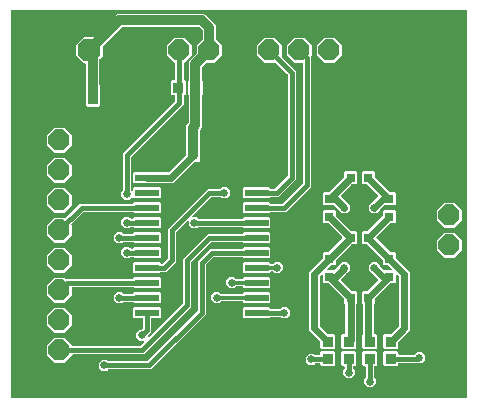
<source format=gtl>
G04 EAGLE Gerber RS-274X export*
G75*
%MOMM*%
%FSLAX34Y34*%
%LPD*%
%INTop Copper*%
%IPPOS*%
%AMOC8*
5,1,8,0,0,1.08239X$1,22.5*%
G01*
%ADD10R,0.900000X1.600000*%
%ADD11R,0.800000X0.800000*%
%ADD12R,2.000000X0.600000*%
%ADD13P,1.924489X8X22.500000*%
%ADD14P,1.924489X8X112.500000*%
%ADD15P,2.089446X8X202.500000*%
%ADD16R,0.950000X0.950000*%
%ADD17C,0.406400*%
%ADD18C,0.654000*%
%ADD19C,0.609600*%
%ADD20C,0.812800*%
%ADD21C,0.304800*%

G36*
X389148Y3814D02*
X389148Y3814D01*
X389167Y3812D01*
X389269Y3834D01*
X389371Y3850D01*
X389388Y3860D01*
X389408Y3864D01*
X389497Y3917D01*
X389588Y3966D01*
X389602Y3980D01*
X389619Y3990D01*
X389686Y4069D01*
X389758Y4144D01*
X389766Y4162D01*
X389779Y4177D01*
X389818Y4273D01*
X389861Y4367D01*
X389863Y4387D01*
X389871Y4405D01*
X389889Y4572D01*
X389889Y331978D01*
X389886Y331998D01*
X389888Y332017D01*
X389866Y332119D01*
X389850Y332221D01*
X389840Y332238D01*
X389836Y332258D01*
X389783Y332347D01*
X389734Y332438D01*
X389720Y332452D01*
X389710Y332469D01*
X389631Y332536D01*
X389556Y332608D01*
X389538Y332616D01*
X389523Y332629D01*
X389427Y332668D01*
X389333Y332711D01*
X389313Y332713D01*
X389295Y332721D01*
X389128Y332739D01*
X4572Y332739D01*
X4552Y332736D01*
X4533Y332738D01*
X4431Y332716D01*
X4329Y332700D01*
X4312Y332690D01*
X4292Y332686D01*
X4203Y332633D01*
X4112Y332584D01*
X4098Y332570D01*
X4081Y332560D01*
X4014Y332481D01*
X3942Y332406D01*
X3934Y332388D01*
X3921Y332373D01*
X3882Y332277D01*
X3839Y332183D01*
X3837Y332163D01*
X3829Y332145D01*
X3811Y331978D01*
X3811Y4572D01*
X3814Y4552D01*
X3812Y4533D01*
X3834Y4431D01*
X3850Y4329D01*
X3860Y4312D01*
X3864Y4292D01*
X3917Y4203D01*
X3966Y4112D01*
X3980Y4098D01*
X3990Y4081D01*
X4069Y4014D01*
X4144Y3942D01*
X4162Y3934D01*
X4177Y3921D01*
X4273Y3882D01*
X4367Y3839D01*
X4387Y3837D01*
X4405Y3829D01*
X4572Y3811D01*
X389128Y3811D01*
X389148Y3814D01*
G37*
%LPC*%
G36*
X116583Y185927D02*
X116583Y185927D01*
X116509Y185957D01*
X116469Y185961D01*
X116446Y185968D01*
X116414Y185967D01*
X116343Y185975D01*
X107968Y185975D01*
X107075Y186868D01*
X107075Y194132D01*
X107968Y195025D01*
X116343Y195025D01*
X116433Y195039D01*
X116524Y195047D01*
X116554Y195059D01*
X116585Y195064D01*
X116601Y195073D01*
X136341Y195073D01*
X136431Y195087D01*
X136522Y195095D01*
X136551Y195107D01*
X136583Y195112D01*
X136664Y195155D01*
X136748Y195191D01*
X136780Y195217D01*
X136801Y195228D01*
X136823Y195251D01*
X136879Y195296D01*
X151788Y210205D01*
X151841Y210279D01*
X151901Y210349D01*
X151913Y210379D01*
X151932Y210405D01*
X151959Y210492D01*
X151993Y210577D01*
X151997Y210618D01*
X152004Y210640D01*
X152003Y210672D01*
X152011Y210743D01*
X152011Y234012D01*
X152862Y236066D01*
X153838Y237042D01*
X153891Y237116D01*
X153951Y237185D01*
X153963Y237216D01*
X153982Y237242D01*
X154009Y237329D01*
X154043Y237414D01*
X154047Y237454D01*
X154054Y237477D01*
X154053Y237509D01*
X154061Y237580D01*
X154061Y260317D01*
X154047Y260407D01*
X154039Y260498D01*
X154027Y260528D01*
X154022Y260560D01*
X153979Y260641D01*
X153943Y260724D01*
X153917Y260757D01*
X153906Y260777D01*
X153883Y260799D01*
X153838Y260855D01*
X153375Y261318D01*
X153375Y272082D01*
X153838Y272545D01*
X153891Y272619D01*
X153951Y272688D01*
X153963Y272718D01*
X153982Y272744D01*
X154009Y272831D01*
X154043Y272916D01*
X154047Y272957D01*
X154054Y272979D01*
X154053Y273012D01*
X154061Y273083D01*
X154061Y287762D01*
X154912Y289816D01*
X160812Y295716D01*
X160865Y295790D01*
X160925Y295859D01*
X160937Y295890D01*
X160956Y295916D01*
X160983Y296003D01*
X161017Y296088D01*
X161021Y296128D01*
X161028Y296151D01*
X161027Y296183D01*
X161035Y296254D01*
X161035Y302764D01*
X165638Y307367D01*
X165691Y307441D01*
X165751Y307510D01*
X165763Y307540D01*
X165782Y307567D01*
X165809Y307654D01*
X165843Y307738D01*
X165847Y307779D01*
X165854Y307802D01*
X165853Y307834D01*
X165861Y307905D01*
X165861Y314870D01*
X165847Y314960D01*
X165839Y315051D01*
X165827Y315081D01*
X165822Y315112D01*
X165779Y315193D01*
X165743Y315277D01*
X165717Y315309D01*
X165706Y315330D01*
X165683Y315352D01*
X165638Y315408D01*
X163008Y318038D01*
X162934Y318091D01*
X162865Y318151D01*
X162834Y318163D01*
X162808Y318182D01*
X162721Y318209D01*
X162636Y318243D01*
X162596Y318247D01*
X162573Y318254D01*
X162541Y318253D01*
X162470Y318261D01*
X97880Y318261D01*
X97790Y318247D01*
X97699Y318239D01*
X97669Y318227D01*
X97638Y318222D01*
X97557Y318179D01*
X97473Y318143D01*
X97441Y318117D01*
X97420Y318106D01*
X97398Y318083D01*
X97342Y318038D01*
X81250Y301946D01*
X81197Y301872D01*
X81137Y301803D01*
X81125Y301772D01*
X81106Y301746D01*
X81079Y301659D01*
X81045Y301574D01*
X81041Y301534D01*
X81034Y301511D01*
X81035Y301479D01*
X81027Y301408D01*
X81027Y293820D01*
X78462Y291255D01*
X78409Y291181D01*
X78349Y291112D01*
X78337Y291082D01*
X78318Y291056D01*
X78291Y290969D01*
X78257Y290884D01*
X78253Y290843D01*
X78246Y290821D01*
X78247Y290788D01*
X78239Y290717D01*
X78239Y269733D01*
X78253Y269643D01*
X78261Y269552D01*
X78273Y269522D01*
X78278Y269490D01*
X78321Y269410D01*
X78357Y269326D01*
X78383Y269293D01*
X78394Y269273D01*
X78417Y269251D01*
X78462Y269195D01*
X78675Y268982D01*
X78675Y251718D01*
X77782Y250825D01*
X67518Y250825D01*
X66625Y251718D01*
X66625Y268982D01*
X66838Y269195D01*
X66892Y269269D01*
X66951Y269338D01*
X66963Y269368D01*
X66982Y269394D01*
X67009Y269481D01*
X67043Y269566D01*
X67047Y269607D01*
X67054Y269629D01*
X67053Y269662D01*
X67061Y269733D01*
X67061Y286512D01*
X67058Y286532D01*
X67060Y286551D01*
X67038Y286653D01*
X67022Y286755D01*
X67012Y286772D01*
X67008Y286792D01*
X66955Y286881D01*
X66906Y286972D01*
X66892Y286986D01*
X66882Y287003D01*
X66803Y287070D01*
X66728Y287142D01*
X66710Y287150D01*
X66695Y287163D01*
X66599Y287202D01*
X66505Y287245D01*
X66485Y287247D01*
X66467Y287255D01*
X66300Y287273D01*
X65220Y287273D01*
X58673Y293820D01*
X58673Y303080D01*
X65220Y309627D01*
X72808Y309627D01*
X72898Y309641D01*
X72989Y309649D01*
X73019Y309661D01*
X73050Y309666D01*
X73131Y309709D01*
X73215Y309745D01*
X73247Y309771D01*
X73268Y309782D01*
X73290Y309805D01*
X73346Y309850D01*
X92084Y328588D01*
X94138Y329439D01*
X166212Y329439D01*
X168266Y328588D01*
X176188Y320666D01*
X177039Y318612D01*
X177039Y307905D01*
X177053Y307815D01*
X177061Y307724D01*
X177073Y307694D01*
X177078Y307662D01*
X177121Y307582D01*
X177157Y307498D01*
X177183Y307466D01*
X177194Y307445D01*
X177217Y307423D01*
X177262Y307367D01*
X181865Y302764D01*
X181865Y294136D01*
X175764Y288035D01*
X169254Y288035D01*
X169164Y288021D01*
X169073Y288013D01*
X169043Y288001D01*
X169012Y287996D01*
X168931Y287953D01*
X168847Y287917D01*
X168815Y287891D01*
X168794Y287880D01*
X168772Y287857D01*
X168716Y287812D01*
X165462Y284558D01*
X165409Y284484D01*
X165349Y284415D01*
X165337Y284384D01*
X165318Y284358D01*
X165291Y284271D01*
X165257Y284186D01*
X165253Y284146D01*
X165246Y284123D01*
X165247Y284091D01*
X165239Y284020D01*
X165239Y273083D01*
X165253Y272993D01*
X165261Y272902D01*
X165273Y272872D01*
X165278Y272840D01*
X165321Y272759D01*
X165357Y272676D01*
X165383Y272643D01*
X165394Y272623D01*
X165417Y272601D01*
X165462Y272545D01*
X165925Y272082D01*
X165925Y261318D01*
X165462Y260855D01*
X165414Y260790D01*
X165405Y260780D01*
X165403Y260775D01*
X165349Y260712D01*
X165337Y260682D01*
X165318Y260656D01*
X165291Y260569D01*
X165257Y260484D01*
X165253Y260443D01*
X165246Y260421D01*
X165247Y260388D01*
X165239Y260317D01*
X165239Y233838D01*
X164388Y231784D01*
X163412Y230808D01*
X163359Y230734D01*
X163299Y230665D01*
X163287Y230634D01*
X163268Y230608D01*
X163241Y230521D01*
X163207Y230436D01*
X163203Y230396D01*
X163196Y230373D01*
X163197Y230341D01*
X163189Y230270D01*
X163189Y208438D01*
X163183Y208424D01*
X163168Y208360D01*
X163143Y208299D01*
X163134Y208216D01*
X163127Y208184D01*
X163128Y208165D01*
X163125Y208132D01*
X163125Y204918D01*
X162232Y204025D01*
X159018Y204025D01*
X158953Y204015D01*
X158887Y204014D01*
X158807Y203991D01*
X158775Y203986D01*
X158765Y203980D01*
X158761Y203980D01*
X158751Y203974D01*
X158726Y203967D01*
X158670Y203944D01*
X158612Y203939D01*
X158583Y203927D01*
X158551Y203922D01*
X158470Y203879D01*
X158386Y203843D01*
X158354Y203817D01*
X158333Y203806D01*
X158311Y203783D01*
X158255Y203738D01*
X140444Y185927D01*
X116583Y185927D01*
G37*
%LPD*%
%LPC*%
G36*
X40136Y34035D02*
X40136Y34035D01*
X34035Y40136D01*
X34035Y48764D01*
X40136Y54865D01*
X48764Y54865D01*
X54866Y48763D01*
X54868Y48748D01*
X54866Y48729D01*
X54888Y48627D01*
X54904Y48525D01*
X54914Y48508D01*
X54918Y48488D01*
X54971Y48399D01*
X55020Y48308D01*
X55034Y48294D01*
X55044Y48277D01*
X55123Y48210D01*
X55198Y48138D01*
X55216Y48130D01*
X55231Y48117D01*
X55327Y48078D01*
X55421Y48035D01*
X55441Y48033D01*
X55459Y48025D01*
X55626Y48007D01*
X112511Y48007D01*
X112602Y48021D01*
X112692Y48029D01*
X112722Y48041D01*
X112754Y48046D01*
X112835Y48089D01*
X112919Y48125D01*
X112951Y48151D01*
X112972Y48162D01*
X112994Y48185D01*
X113050Y48230D01*
X115876Y51056D01*
X115918Y51114D01*
X115967Y51166D01*
X115989Y51213D01*
X116019Y51255D01*
X116040Y51324D01*
X116071Y51389D01*
X116076Y51441D01*
X116092Y51491D01*
X116090Y51562D01*
X116098Y51633D01*
X116087Y51684D01*
X116085Y51736D01*
X116061Y51804D01*
X116045Y51874D01*
X116019Y51919D01*
X116001Y51967D01*
X115956Y52023D01*
X115919Y52085D01*
X115880Y52119D01*
X115847Y52159D01*
X115787Y52198D01*
X115732Y52245D01*
X115684Y52264D01*
X115640Y52292D01*
X115571Y52310D01*
X115504Y52337D01*
X115433Y52345D01*
X115402Y52353D01*
X115378Y52351D01*
X115337Y52355D01*
X112314Y52355D01*
X109505Y55164D01*
X109505Y59136D01*
X112314Y61945D01*
X113749Y61945D01*
X113840Y61959D01*
X113930Y61967D01*
X113960Y61979D01*
X113992Y61984D01*
X114073Y62027D01*
X114157Y62063D01*
X114189Y62089D01*
X114210Y62100D01*
X114232Y62123D01*
X114288Y62168D01*
X114820Y62700D01*
X114873Y62774D01*
X114933Y62844D01*
X114945Y62874D01*
X114964Y62900D01*
X114991Y62987D01*
X115025Y63072D01*
X115029Y63113D01*
X115036Y63135D01*
X115035Y63167D01*
X115043Y63239D01*
X115043Y70914D01*
X115040Y70934D01*
X115042Y70953D01*
X115020Y71055D01*
X115004Y71157D01*
X114994Y71174D01*
X114990Y71194D01*
X114937Y71283D01*
X114888Y71374D01*
X114874Y71388D01*
X114864Y71405D01*
X114785Y71472D01*
X114710Y71544D01*
X114692Y71552D01*
X114677Y71565D01*
X114581Y71604D01*
X114487Y71647D01*
X114467Y71649D01*
X114449Y71657D01*
X114282Y71675D01*
X107968Y71675D01*
X107075Y72568D01*
X107075Y79832D01*
X107968Y80725D01*
X129232Y80725D01*
X130125Y79832D01*
X130125Y72568D01*
X129232Y71675D01*
X122918Y71675D01*
X122898Y71672D01*
X122879Y71674D01*
X122777Y71652D01*
X122675Y71636D01*
X122658Y71626D01*
X122638Y71622D01*
X122549Y71569D01*
X122458Y71520D01*
X122444Y71506D01*
X122427Y71496D01*
X122360Y71417D01*
X122288Y71342D01*
X122280Y71324D01*
X122267Y71309D01*
X122228Y71213D01*
X122185Y71119D01*
X122183Y71099D01*
X122175Y71081D01*
X122157Y70914D01*
X122157Y59977D01*
X119318Y57138D01*
X119265Y57064D01*
X119205Y56994D01*
X119193Y56964D01*
X119174Y56938D01*
X119147Y56851D01*
X119113Y56766D01*
X119109Y56725D01*
X119102Y56703D01*
X119103Y56671D01*
X119095Y56599D01*
X119095Y56113D01*
X119106Y56042D01*
X119108Y55970D01*
X119126Y55921D01*
X119134Y55870D01*
X119168Y55806D01*
X119193Y55739D01*
X119225Y55698D01*
X119250Y55652D01*
X119302Y55603D01*
X119346Y55547D01*
X119390Y55519D01*
X119428Y55483D01*
X119493Y55453D01*
X119553Y55414D01*
X119604Y55401D01*
X119651Y55379D01*
X119722Y55371D01*
X119792Y55354D01*
X119844Y55358D01*
X119895Y55352D01*
X119966Y55368D01*
X120037Y55373D01*
X120085Y55393D01*
X120136Y55405D01*
X120197Y55441D01*
X120263Y55469D01*
X120319Y55514D01*
X120347Y55531D01*
X120362Y55549D01*
X120394Y55574D01*
X148620Y83800D01*
X148673Y83874D01*
X148733Y83944D01*
X148745Y83974D01*
X148764Y84000D01*
X148791Y84087D01*
X148825Y84172D01*
X148829Y84213D01*
X148836Y84235D01*
X148835Y84267D01*
X148843Y84339D01*
X148843Y122123D01*
X169977Y143257D01*
X199685Y143257D01*
X199775Y143271D01*
X199866Y143279D01*
X199896Y143291D01*
X199928Y143296D01*
X200009Y143339D01*
X200092Y143375D01*
X200125Y143401D01*
X200145Y143412D01*
X200167Y143435D01*
X200223Y143480D01*
X200968Y144225D01*
X222232Y144225D01*
X223125Y143332D01*
X223125Y136068D01*
X222232Y135175D01*
X200968Y135175D01*
X200223Y135920D01*
X200149Y135973D01*
X200080Y136033D01*
X200050Y136045D01*
X200024Y136064D01*
X199937Y136091D01*
X199852Y136125D01*
X199811Y136129D01*
X199789Y136136D01*
X199756Y136135D01*
X199685Y136143D01*
X173239Y136143D01*
X173148Y136129D01*
X173058Y136121D01*
X173028Y136109D01*
X172996Y136104D01*
X172915Y136061D01*
X172831Y136025D01*
X172799Y135999D01*
X172778Y135988D01*
X172756Y135965D01*
X172700Y135920D01*
X156180Y119400D01*
X156127Y119326D01*
X156067Y119256D01*
X156055Y119226D01*
X156036Y119200D01*
X156009Y119113D01*
X155975Y119028D01*
X155971Y118987D01*
X155964Y118965D01*
X155965Y118933D01*
X155957Y118861D01*
X155957Y81077D01*
X115773Y40893D01*
X55626Y40893D01*
X55606Y40890D01*
X55587Y40892D01*
X55485Y40870D01*
X55383Y40854D01*
X55366Y40844D01*
X55346Y40840D01*
X55257Y40787D01*
X55166Y40738D01*
X55152Y40724D01*
X55135Y40714D01*
X55068Y40635D01*
X54996Y40560D01*
X54988Y40542D01*
X54975Y40527D01*
X54936Y40431D01*
X54893Y40337D01*
X54891Y40317D01*
X54883Y40299D01*
X54865Y40137D01*
X48764Y34035D01*
X40136Y34035D01*
G37*
%LPD*%
%LPC*%
G36*
X266398Y45425D02*
X266398Y45425D01*
X265505Y46318D01*
X265505Y51193D01*
X265491Y51283D01*
X265483Y51374D01*
X265471Y51403D01*
X265466Y51435D01*
X265423Y51516D01*
X265387Y51600D01*
X265361Y51632D01*
X265350Y51653D01*
X265327Y51675D01*
X265282Y51731D01*
X255777Y61236D01*
X255777Y110994D01*
X267302Y122519D01*
X267355Y122593D01*
X267415Y122663D01*
X267427Y122693D01*
X267446Y122719D01*
X267473Y122806D01*
X267507Y122891D01*
X267511Y122932D01*
X267518Y122954D01*
X267517Y122986D01*
X267525Y123057D01*
X267525Y126432D01*
X268418Y127325D01*
X271793Y127325D01*
X271883Y127339D01*
X271974Y127347D01*
X272003Y127359D01*
X272035Y127364D01*
X272116Y127407D01*
X272200Y127443D01*
X272232Y127469D01*
X272253Y127480D01*
X272275Y127503D01*
X272331Y127548D01*
X283945Y139162D01*
X283957Y139178D01*
X283972Y139190D01*
X284028Y139278D01*
X284088Y139361D01*
X284094Y139380D01*
X284105Y139397D01*
X284130Y139498D01*
X284161Y139597D01*
X284160Y139616D01*
X284165Y139636D01*
X284157Y139739D01*
X284154Y139842D01*
X284148Y139861D01*
X284146Y139881D01*
X284106Y139976D01*
X284070Y140073D01*
X284057Y140089D01*
X284050Y140107D01*
X283945Y140238D01*
X272331Y151852D01*
X272257Y151905D01*
X272187Y151965D01*
X272157Y151977D01*
X272131Y151996D01*
X272044Y152023D01*
X271959Y152057D01*
X271918Y152061D01*
X271896Y152068D01*
X271864Y152067D01*
X271793Y152075D01*
X268418Y152075D01*
X267525Y152968D01*
X267525Y162232D01*
X268418Y163125D01*
X277682Y163125D01*
X278575Y162232D01*
X278575Y158857D01*
X278589Y158767D01*
X278597Y158676D01*
X278609Y158647D01*
X278614Y158615D01*
X278657Y158534D01*
X278693Y158450D01*
X278719Y158418D01*
X278730Y158397D01*
X278753Y158375D01*
X278798Y158319D01*
X291669Y145448D01*
X291743Y145395D01*
X291813Y145335D01*
X291843Y145323D01*
X291869Y145304D01*
X291956Y145277D01*
X292041Y145243D01*
X292082Y145239D01*
X292104Y145232D01*
X292136Y145233D01*
X292207Y145225D01*
X295582Y145225D01*
X296475Y144332D01*
X296475Y135068D01*
X295582Y134175D01*
X292207Y134175D01*
X292117Y134161D01*
X292026Y134153D01*
X291997Y134141D01*
X291965Y134136D01*
X291884Y134093D01*
X291800Y134057D01*
X291768Y134031D01*
X291747Y134020D01*
X291725Y133997D01*
X291669Y133952D01*
X278798Y121081D01*
X278745Y121007D01*
X278685Y120937D01*
X278673Y120907D01*
X278654Y120881D01*
X278627Y120794D01*
X278593Y120709D01*
X278589Y120668D01*
X278582Y120646D01*
X278583Y120614D01*
X278575Y120543D01*
X278575Y117168D01*
X277682Y116275D01*
X274307Y116275D01*
X274217Y116261D01*
X274126Y116253D01*
X274097Y116241D01*
X274065Y116236D01*
X273984Y116193D01*
X273900Y116157D01*
X273868Y116131D01*
X273847Y116120D01*
X273825Y116097D01*
X273769Y116052D01*
X271341Y113624D01*
X271299Y113566D01*
X271250Y113514D01*
X271228Y113467D01*
X271198Y113425D01*
X271176Y113356D01*
X271146Y113291D01*
X271141Y113239D01*
X271125Y113189D01*
X271127Y113118D01*
X271119Y113047D01*
X271130Y112996D01*
X271132Y112944D01*
X271156Y112876D01*
X271171Y112806D01*
X271198Y112761D01*
X271216Y112713D01*
X271261Y112657D01*
X271298Y112595D01*
X271337Y112561D01*
X271370Y112521D01*
X271430Y112482D01*
X271484Y112435D01*
X271533Y112416D01*
X271577Y112388D01*
X271646Y112370D01*
X271713Y112343D01*
X271784Y112335D01*
X271815Y112327D01*
X271838Y112329D01*
X271879Y112325D01*
X276993Y112325D01*
X277083Y112339D01*
X277174Y112347D01*
X277203Y112359D01*
X277235Y112364D01*
X277316Y112407D01*
X277400Y112443D01*
X277432Y112469D01*
X277453Y112480D01*
X277475Y112503D01*
X277531Y112548D01*
X280732Y115749D01*
X280785Y115823D01*
X280845Y115893D01*
X280857Y115923D01*
X280876Y115949D01*
X280903Y116036D01*
X280937Y116121D01*
X280941Y116162D01*
X280948Y116184D01*
X280947Y116216D01*
X280955Y116286D01*
X283764Y119095D01*
X287736Y119095D01*
X290545Y116286D01*
X290545Y112314D01*
X287736Y109505D01*
X287647Y109491D01*
X287556Y109483D01*
X287527Y109471D01*
X287495Y109466D01*
X287414Y109423D01*
X287330Y109387D01*
X287298Y109361D01*
X287277Y109350D01*
X287255Y109327D01*
X287199Y109282D01*
X282655Y104738D01*
X282643Y104722D01*
X282628Y104710D01*
X282572Y104622D01*
X282512Y104539D01*
X282506Y104520D01*
X282495Y104503D01*
X282470Y104402D01*
X282439Y104303D01*
X282440Y104284D01*
X282435Y104264D01*
X282443Y104161D01*
X282446Y104058D01*
X282452Y104039D01*
X282454Y104019D01*
X282494Y103924D01*
X282530Y103827D01*
X282543Y103811D01*
X282550Y103793D01*
X282655Y103662D01*
X291669Y94648D01*
X291743Y94595D01*
X291813Y94535D01*
X291843Y94523D01*
X291869Y94504D01*
X291956Y94477D01*
X292041Y94443D01*
X292082Y94439D01*
X292104Y94432D01*
X292136Y94433D01*
X292207Y94425D01*
X295582Y94425D01*
X296475Y93532D01*
X296475Y84268D01*
X295746Y83539D01*
X295693Y83465D01*
X295633Y83396D01*
X295621Y83366D01*
X295602Y83340D01*
X295575Y83253D01*
X295541Y83168D01*
X295537Y83127D01*
X295530Y83105D01*
X295531Y83072D01*
X295523Y83001D01*
X295523Y57709D01*
X295537Y57619D01*
X295545Y57528D01*
X295557Y57498D01*
X295562Y57466D01*
X295605Y57385D01*
X295641Y57302D01*
X295667Y57269D01*
X295678Y57249D01*
X295701Y57227D01*
X295746Y57171D01*
X295835Y57082D01*
X295835Y46318D01*
X294942Y45425D01*
X284178Y45425D01*
X283285Y46318D01*
X283285Y57082D01*
X284178Y57975D01*
X285616Y57975D01*
X285636Y57978D01*
X285655Y57976D01*
X285757Y57998D01*
X285859Y58014D01*
X285876Y58024D01*
X285896Y58028D01*
X285985Y58081D01*
X286076Y58130D01*
X286090Y58144D01*
X286107Y58154D01*
X286174Y58233D01*
X286246Y58308D01*
X286254Y58326D01*
X286267Y58341D01*
X286306Y58437D01*
X286349Y58531D01*
X286351Y58551D01*
X286359Y58569D01*
X286377Y58736D01*
X286377Y83001D01*
X286375Y83013D01*
X286376Y83020D01*
X286368Y83059D01*
X286363Y83091D01*
X286355Y83182D01*
X286343Y83212D01*
X286338Y83244D01*
X286295Y83325D01*
X286259Y83408D01*
X286233Y83441D01*
X286222Y83461D01*
X286199Y83483D01*
X286154Y83539D01*
X285425Y84268D01*
X285425Y87643D01*
X285411Y87733D01*
X285403Y87824D01*
X285391Y87853D01*
X285386Y87885D01*
X285343Y87966D01*
X285307Y88050D01*
X285281Y88082D01*
X285270Y88103D01*
X285247Y88125D01*
X285202Y88181D01*
X272331Y101052D01*
X272257Y101105D01*
X272187Y101165D01*
X272157Y101177D01*
X272131Y101196D01*
X272044Y101223D01*
X271959Y101257D01*
X271918Y101261D01*
X271896Y101268D01*
X271864Y101267D01*
X271793Y101275D01*
X268418Y101275D01*
X267525Y102168D01*
X267525Y107971D01*
X267514Y108041D01*
X267512Y108113D01*
X267494Y108162D01*
X267486Y108213D01*
X267452Y108277D01*
X267427Y108344D01*
X267395Y108385D01*
X267370Y108431D01*
X267318Y108480D01*
X267274Y108536D01*
X267230Y108564D01*
X267192Y108600D01*
X267127Y108630D01*
X267067Y108669D01*
X267016Y108682D01*
X266969Y108704D01*
X266898Y108712D01*
X266828Y108729D01*
X266776Y108725D01*
X266725Y108731D01*
X266654Y108716D01*
X266583Y108710D01*
X266535Y108690D01*
X266484Y108679D01*
X266423Y108642D01*
X266357Y108614D01*
X266301Y108569D01*
X266273Y108552D01*
X266258Y108535D01*
X266226Y108509D01*
X265146Y107429D01*
X265093Y107355D01*
X265033Y107285D01*
X265021Y107255D01*
X265002Y107229D01*
X264975Y107142D01*
X264941Y107057D01*
X264937Y107016D01*
X264930Y106994D01*
X264931Y106962D01*
X264923Y106891D01*
X264923Y65339D01*
X264937Y65249D01*
X264945Y65158D01*
X264957Y65129D01*
X264962Y65097D01*
X265005Y65016D01*
X265041Y64932D01*
X265067Y64900D01*
X265078Y64879D01*
X265101Y64857D01*
X265146Y64801D01*
X271749Y58198D01*
X271823Y58145D01*
X271893Y58085D01*
X271923Y58073D01*
X271949Y58054D01*
X272036Y58027D01*
X272121Y57993D01*
X272162Y57989D01*
X272184Y57982D01*
X272216Y57983D01*
X272287Y57975D01*
X277162Y57975D01*
X278055Y57082D01*
X278055Y46318D01*
X277162Y45425D01*
X266398Y45425D01*
G37*
%LPD*%
%LPC*%
G36*
X301958Y45425D02*
X301958Y45425D01*
X301065Y46318D01*
X301065Y57082D01*
X301154Y57171D01*
X301207Y57245D01*
X301267Y57314D01*
X301279Y57344D01*
X301298Y57370D01*
X301325Y57457D01*
X301359Y57542D01*
X301363Y57583D01*
X301370Y57605D01*
X301369Y57638D01*
X301377Y57709D01*
X301377Y83001D01*
X301375Y83013D01*
X301376Y83020D01*
X301368Y83059D01*
X301363Y83091D01*
X301355Y83182D01*
X301343Y83212D01*
X301338Y83244D01*
X301295Y83325D01*
X301259Y83408D01*
X301233Y83441D01*
X301222Y83461D01*
X301199Y83483D01*
X301154Y83539D01*
X300425Y84268D01*
X300425Y93532D01*
X301318Y94425D01*
X304693Y94425D01*
X304783Y94439D01*
X304874Y94447D01*
X304903Y94459D01*
X304935Y94464D01*
X305016Y94507D01*
X305100Y94543D01*
X305132Y94569D01*
X305153Y94580D01*
X305175Y94603D01*
X305231Y94648D01*
X314245Y103662D01*
X314256Y103678D01*
X314272Y103690D01*
X314328Y103778D01*
X314388Y103861D01*
X314394Y103880D01*
X314405Y103897D01*
X314430Y103998D01*
X314461Y104097D01*
X314460Y104116D01*
X314465Y104136D01*
X314457Y104239D01*
X314454Y104342D01*
X314448Y104361D01*
X314446Y104381D01*
X314406Y104476D01*
X314370Y104573D01*
X314357Y104589D01*
X314350Y104607D01*
X314245Y104738D01*
X309701Y109282D01*
X309627Y109335D01*
X309557Y109395D01*
X309527Y109407D01*
X309501Y109426D01*
X309414Y109453D01*
X309329Y109487D01*
X309288Y109491D01*
X309266Y109498D01*
X309234Y109497D01*
X309164Y109505D01*
X306355Y112314D01*
X306355Y116286D01*
X309164Y119095D01*
X313136Y119095D01*
X315945Y116286D01*
X315959Y116197D01*
X315967Y116106D01*
X315979Y116077D01*
X315984Y116045D01*
X316027Y115964D01*
X316063Y115880D01*
X316089Y115848D01*
X316100Y115827D01*
X316123Y115805D01*
X316168Y115749D01*
X319369Y112548D01*
X319443Y112495D01*
X319513Y112435D01*
X319543Y112423D01*
X319569Y112404D01*
X319656Y112377D01*
X319741Y112343D01*
X319782Y112339D01*
X319804Y112332D01*
X319836Y112333D01*
X319907Y112325D01*
X325021Y112325D01*
X325091Y112336D01*
X325163Y112338D01*
X325212Y112356D01*
X325263Y112364D01*
X325327Y112398D01*
X325394Y112423D01*
X325435Y112455D01*
X325481Y112480D01*
X325530Y112532D01*
X325586Y112576D01*
X325614Y112620D01*
X325650Y112658D01*
X325680Y112723D01*
X325719Y112783D01*
X325732Y112834D01*
X325754Y112881D01*
X325762Y112952D01*
X325779Y113022D01*
X325775Y113074D01*
X325781Y113125D01*
X325766Y113196D01*
X325760Y113267D01*
X325740Y113315D01*
X325729Y113366D01*
X325692Y113427D01*
X325664Y113493D01*
X325619Y113549D01*
X325602Y113577D01*
X325585Y113592D01*
X325559Y113624D01*
X323131Y116052D01*
X323057Y116105D01*
X322987Y116165D01*
X322957Y116177D01*
X322931Y116196D01*
X322844Y116223D01*
X322759Y116257D01*
X322718Y116261D01*
X322696Y116268D01*
X322664Y116267D01*
X322593Y116275D01*
X319218Y116275D01*
X318325Y117168D01*
X318325Y120543D01*
X318311Y120633D01*
X318303Y120724D01*
X318291Y120753D01*
X318286Y120785D01*
X318243Y120866D01*
X318207Y120950D01*
X318181Y120982D01*
X318170Y121003D01*
X318147Y121025D01*
X318102Y121081D01*
X305231Y133952D01*
X305157Y134005D01*
X305087Y134065D01*
X305057Y134077D01*
X305031Y134096D01*
X304944Y134123D01*
X304859Y134157D01*
X304818Y134161D01*
X304796Y134168D01*
X304764Y134167D01*
X304693Y134175D01*
X301318Y134175D01*
X300425Y135068D01*
X300425Y144332D01*
X301318Y145225D01*
X304693Y145225D01*
X304783Y145239D01*
X304874Y145247D01*
X304903Y145259D01*
X304935Y145264D01*
X305016Y145307D01*
X305100Y145343D01*
X305132Y145369D01*
X305153Y145380D01*
X305175Y145403D01*
X305231Y145448D01*
X318102Y158319D01*
X318155Y158393D01*
X318215Y158463D01*
X318227Y158493D01*
X318246Y158519D01*
X318273Y158606D01*
X318307Y158691D01*
X318311Y158732D01*
X318318Y158754D01*
X318317Y158786D01*
X318325Y158857D01*
X318325Y162232D01*
X319218Y163125D01*
X328482Y163125D01*
X329375Y162232D01*
X329375Y152968D01*
X328482Y152075D01*
X325107Y152075D01*
X325017Y152061D01*
X324926Y152053D01*
X324897Y152041D01*
X324865Y152036D01*
X324784Y151993D01*
X324700Y151957D01*
X324668Y151931D01*
X324647Y151920D01*
X324625Y151897D01*
X324569Y151852D01*
X312955Y140238D01*
X312943Y140222D01*
X312928Y140210D01*
X312872Y140122D01*
X312812Y140039D01*
X312806Y140020D01*
X312795Y140003D01*
X312770Y139902D01*
X312739Y139803D01*
X312740Y139784D01*
X312735Y139764D01*
X312743Y139661D01*
X312746Y139558D01*
X312752Y139539D01*
X312754Y139519D01*
X312794Y139424D01*
X312830Y139327D01*
X312843Y139311D01*
X312850Y139293D01*
X312955Y139162D01*
X324569Y127548D01*
X324643Y127495D01*
X324713Y127435D01*
X324743Y127423D01*
X324769Y127404D01*
X324856Y127377D01*
X324941Y127343D01*
X324982Y127339D01*
X325004Y127332D01*
X325036Y127333D01*
X325107Y127325D01*
X328482Y127325D01*
X329375Y126432D01*
X329375Y123057D01*
X329389Y122967D01*
X329397Y122876D01*
X329409Y122847D01*
X329414Y122815D01*
X329457Y122734D01*
X329493Y122650D01*
X329519Y122618D01*
X329530Y122597D01*
X329553Y122575D01*
X329598Y122519D01*
X341123Y110994D01*
X341123Y61236D01*
X331618Y51731D01*
X331565Y51657D01*
X331505Y51587D01*
X331493Y51557D01*
X331474Y51531D01*
X331447Y51444D01*
X331413Y51359D01*
X331409Y51318D01*
X331402Y51296D01*
X331403Y51264D01*
X331395Y51193D01*
X331395Y46318D01*
X330502Y45425D01*
X319738Y45425D01*
X318845Y46318D01*
X318845Y57082D01*
X319738Y57975D01*
X324613Y57975D01*
X324703Y57989D01*
X324794Y57997D01*
X324823Y58009D01*
X324855Y58014D01*
X324936Y58057D01*
X325020Y58093D01*
X325052Y58119D01*
X325073Y58130D01*
X325095Y58153D01*
X325151Y58198D01*
X331754Y64801D01*
X331807Y64875D01*
X331867Y64945D01*
X331879Y64975D01*
X331898Y65001D01*
X331925Y65088D01*
X331959Y65173D01*
X331963Y65214D01*
X331970Y65236D01*
X331969Y65268D01*
X331977Y65339D01*
X331977Y106891D01*
X331963Y106980D01*
X331955Y107072D01*
X331943Y107101D01*
X331938Y107133D01*
X331895Y107214D01*
X331859Y107298D01*
X331833Y107330D01*
X331822Y107351D01*
X331799Y107373D01*
X331754Y107429D01*
X330674Y108509D01*
X330616Y108551D01*
X330564Y108600D01*
X330517Y108622D01*
X330475Y108652D01*
X330406Y108674D01*
X330341Y108704D01*
X330289Y108709D01*
X330239Y108725D01*
X330168Y108723D01*
X330097Y108731D01*
X330046Y108720D01*
X329994Y108718D01*
X329926Y108694D01*
X329856Y108679D01*
X329811Y108652D01*
X329763Y108634D01*
X329707Y108589D01*
X329645Y108552D01*
X329611Y108513D01*
X329571Y108480D01*
X329532Y108420D01*
X329485Y108366D01*
X329466Y108317D01*
X329438Y108273D01*
X329420Y108204D01*
X329393Y108137D01*
X329385Y108066D01*
X329377Y108035D01*
X329379Y108012D01*
X329375Y107971D01*
X329375Y102168D01*
X328482Y101275D01*
X325107Y101275D01*
X325017Y101261D01*
X324926Y101253D01*
X324897Y101241D01*
X324865Y101236D01*
X324784Y101193D01*
X324700Y101157D01*
X324668Y101131D01*
X324647Y101120D01*
X324625Y101097D01*
X324623Y101096D01*
X324620Y101093D01*
X324569Y101052D01*
X311698Y88181D01*
X311645Y88107D01*
X311585Y88037D01*
X311573Y88007D01*
X311554Y87981D01*
X311527Y87894D01*
X311493Y87809D01*
X311489Y87768D01*
X311482Y87746D01*
X311483Y87714D01*
X311475Y87643D01*
X311475Y84268D01*
X310746Y83539D01*
X310693Y83465D01*
X310633Y83396D01*
X310621Y83366D01*
X310602Y83340D01*
X310575Y83253D01*
X310541Y83168D01*
X310537Y83127D01*
X310530Y83105D01*
X310531Y83072D01*
X310523Y83001D01*
X310523Y58736D01*
X310526Y58716D01*
X310524Y58697D01*
X310546Y58595D01*
X310562Y58493D01*
X310572Y58476D01*
X310576Y58456D01*
X310629Y58367D01*
X310678Y58276D01*
X310692Y58262D01*
X310702Y58245D01*
X310781Y58178D01*
X310856Y58106D01*
X310874Y58098D01*
X310889Y58085D01*
X310985Y58046D01*
X311079Y58003D01*
X311099Y58001D01*
X311117Y57993D01*
X311284Y57975D01*
X312722Y57975D01*
X313615Y57082D01*
X313615Y46318D01*
X312722Y45425D01*
X301958Y45425D01*
G37*
%LPD*%
%LPC*%
G36*
X99614Y171767D02*
X99614Y171767D01*
X96805Y174576D01*
X96805Y178548D01*
X97820Y179563D01*
X97873Y179637D01*
X97933Y179706D01*
X97945Y179737D01*
X97964Y179763D01*
X97991Y179850D01*
X98025Y179935D01*
X98029Y179976D01*
X98036Y179998D01*
X98035Y180030D01*
X98043Y180101D01*
X98043Y211023D01*
X142270Y255250D01*
X142313Y255309D01*
X142357Y255356D01*
X142365Y255373D01*
X142383Y255394D01*
X142395Y255424D01*
X142414Y255450D01*
X142439Y255532D01*
X142461Y255579D01*
X142462Y255591D01*
X142475Y255622D01*
X142479Y255663D01*
X142486Y255685D01*
X142485Y255717D01*
X142493Y255789D01*
X142493Y259664D01*
X142490Y259684D01*
X142492Y259703D01*
X142470Y259805D01*
X142454Y259907D01*
X142444Y259924D01*
X142440Y259944D01*
X142387Y260033D01*
X142338Y260124D01*
X142324Y260138D01*
X142314Y260155D01*
X142235Y260222D01*
X142160Y260294D01*
X142142Y260302D01*
X142127Y260315D01*
X142031Y260354D01*
X141937Y260397D01*
X141917Y260399D01*
X141899Y260407D01*
X141732Y260425D01*
X139768Y260425D01*
X138875Y261318D01*
X138875Y272082D01*
X139768Y272975D01*
X141732Y272975D01*
X141752Y272978D01*
X141771Y272976D01*
X141873Y272998D01*
X141975Y273014D01*
X141992Y273024D01*
X142012Y273028D01*
X142101Y273081D01*
X142192Y273130D01*
X142206Y273144D01*
X142223Y273154D01*
X142290Y273233D01*
X142362Y273308D01*
X142370Y273326D01*
X142383Y273341D01*
X142422Y273437D01*
X142465Y273531D01*
X142467Y273551D01*
X142475Y273569D01*
X142493Y273736D01*
X142493Y287274D01*
X142490Y287294D01*
X142492Y287313D01*
X142470Y287415D01*
X142454Y287517D01*
X142444Y287534D01*
X142440Y287554D01*
X142387Y287643D01*
X142338Y287734D01*
X142324Y287748D01*
X142314Y287765D01*
X142235Y287832D01*
X142160Y287904D01*
X142142Y287912D01*
X142127Y287925D01*
X142031Y287964D01*
X141937Y288007D01*
X141917Y288009D01*
X141899Y288017D01*
X141737Y288035D01*
X135635Y294136D01*
X135635Y302764D01*
X141736Y308865D01*
X150364Y308865D01*
X156465Y302764D01*
X156465Y294136D01*
X150363Y288034D01*
X150348Y288032D01*
X150329Y288034D01*
X150227Y288012D01*
X150125Y287996D01*
X150108Y287986D01*
X150088Y287982D01*
X149999Y287929D01*
X149908Y287880D01*
X149894Y287866D01*
X149877Y287856D01*
X149810Y287777D01*
X149738Y287702D01*
X149730Y287684D01*
X149717Y287669D01*
X149678Y287573D01*
X149635Y287479D01*
X149633Y287459D01*
X149625Y287441D01*
X149607Y287274D01*
X149607Y273736D01*
X149610Y273716D01*
X149608Y273697D01*
X149630Y273595D01*
X149646Y273493D01*
X149656Y273476D01*
X149660Y273456D01*
X149713Y273367D01*
X149762Y273276D01*
X149776Y273262D01*
X149786Y273245D01*
X149865Y273178D01*
X149940Y273106D01*
X149958Y273098D01*
X149973Y273085D01*
X150069Y273046D01*
X150163Y273003D01*
X150183Y273001D01*
X150201Y272993D01*
X150368Y272975D01*
X150532Y272975D01*
X151425Y272082D01*
X151425Y261318D01*
X150532Y260425D01*
X150368Y260425D01*
X150348Y260422D01*
X150329Y260424D01*
X150227Y260402D01*
X150125Y260386D01*
X150108Y260376D01*
X150088Y260372D01*
X149999Y260319D01*
X149908Y260270D01*
X149894Y260256D01*
X149877Y260246D01*
X149810Y260167D01*
X149738Y260092D01*
X149730Y260074D01*
X149717Y260059D01*
X149678Y259963D01*
X149635Y259869D01*
X149633Y259849D01*
X149625Y259831D01*
X149607Y259664D01*
X149607Y252527D01*
X105380Y208300D01*
X105327Y208226D01*
X105267Y208156D01*
X105255Y208126D01*
X105236Y208100D01*
X105209Y208013D01*
X105175Y207928D01*
X105171Y207887D01*
X105164Y207865D01*
X105165Y207833D01*
X105157Y207761D01*
X105157Y180101D01*
X105171Y180011D01*
X105179Y179920D01*
X105191Y179891D01*
X105196Y179859D01*
X105239Y179778D01*
X105275Y179694D01*
X105301Y179662D01*
X105312Y179641D01*
X105335Y179619D01*
X105380Y179563D01*
X105776Y179167D01*
X105834Y179125D01*
X105886Y179076D01*
X105933Y179054D01*
X105975Y179023D01*
X106044Y179002D01*
X106109Y178972D01*
X106161Y178966D01*
X106211Y178951D01*
X106282Y178953D01*
X106353Y178945D01*
X106404Y178956D01*
X106456Y178957D01*
X106524Y178982D01*
X106594Y178997D01*
X106639Y179024D01*
X106687Y179042D01*
X106743Y179087D01*
X106805Y179124D01*
X106839Y179163D01*
X106879Y179196D01*
X106918Y179256D01*
X106965Y179310D01*
X106984Y179359D01*
X107012Y179403D01*
X107030Y179472D01*
X107057Y179539D01*
X107065Y179610D01*
X107073Y179641D01*
X107071Y179664D01*
X107075Y179705D01*
X107075Y181432D01*
X107968Y182325D01*
X129232Y182325D01*
X130125Y181432D01*
X130125Y174168D01*
X129232Y173275D01*
X107968Y173275D01*
X107070Y174174D01*
X107053Y174186D01*
X107041Y174201D01*
X106954Y174257D01*
X106870Y174318D01*
X106851Y174324D01*
X106834Y174334D01*
X106734Y174360D01*
X106635Y174390D01*
X106615Y174390D01*
X106595Y174394D01*
X106492Y174386D01*
X106389Y174384D01*
X106370Y174377D01*
X106350Y174375D01*
X106255Y174335D01*
X106158Y174299D01*
X106142Y174287D01*
X106124Y174279D01*
X105993Y174174D01*
X103586Y171767D01*
X99614Y171767D01*
G37*
%LPD*%
%LPC*%
G36*
X200968Y160575D02*
X200968Y160575D01*
X200075Y161468D01*
X200075Y168732D01*
X200968Y169625D01*
X222232Y169625D01*
X222977Y168880D01*
X223051Y168827D01*
X223120Y168767D01*
X223150Y168755D01*
X223176Y168736D01*
X223263Y168709D01*
X223348Y168675D01*
X223389Y168671D01*
X223411Y168664D01*
X223444Y168665D01*
X223515Y168657D01*
X233161Y168657D01*
X233252Y168671D01*
X233342Y168679D01*
X233372Y168691D01*
X233404Y168696D01*
X233485Y168739D01*
X233569Y168775D01*
X233601Y168801D01*
X233622Y168812D01*
X233644Y168835D01*
X233700Y168880D01*
X250220Y185400D01*
X250273Y185474D01*
X250333Y185544D01*
X250345Y185574D01*
X250364Y185600D01*
X250391Y185687D01*
X250425Y185772D01*
X250429Y185813D01*
X250436Y185835D01*
X250435Y185867D01*
X250443Y185939D01*
X250443Y287274D01*
X250440Y287294D01*
X250442Y287313D01*
X250420Y287415D01*
X250404Y287517D01*
X250394Y287534D01*
X250390Y287554D01*
X250337Y287643D01*
X250288Y287734D01*
X250274Y287748D01*
X250264Y287765D01*
X250185Y287832D01*
X250110Y287904D01*
X250092Y287912D01*
X250077Y287925D01*
X249981Y287964D01*
X249887Y288007D01*
X249867Y288009D01*
X249849Y288017D01*
X249682Y288035D01*
X243336Y288035D01*
X237235Y294136D01*
X237235Y302764D01*
X243336Y308865D01*
X251964Y308865D01*
X258065Y302764D01*
X258065Y294136D01*
X257780Y293851D01*
X257727Y293777D01*
X257667Y293708D01*
X257655Y293677D01*
X257636Y293651D01*
X257609Y293564D01*
X257575Y293479D01*
X257571Y293439D01*
X257564Y293416D01*
X257565Y293384D01*
X257557Y293313D01*
X257557Y182677D01*
X236423Y161543D01*
X223515Y161543D01*
X223425Y161529D01*
X223334Y161521D01*
X223304Y161509D01*
X223272Y161504D01*
X223191Y161461D01*
X223108Y161425D01*
X223075Y161399D01*
X223055Y161388D01*
X223033Y161365D01*
X222977Y161320D01*
X222232Y160575D01*
X200968Y160575D01*
G37*
%LPD*%
%LPC*%
G36*
X80564Y26955D02*
X80564Y26955D01*
X77755Y29764D01*
X77755Y33736D01*
X80564Y36545D01*
X84536Y36545D01*
X85551Y35530D01*
X85625Y35477D01*
X85694Y35417D01*
X85725Y35405D01*
X85751Y35386D01*
X85838Y35359D01*
X85923Y35325D01*
X85964Y35321D01*
X85986Y35314D01*
X86018Y35315D01*
X86089Y35307D01*
X118861Y35307D01*
X118952Y35321D01*
X119042Y35329D01*
X119072Y35341D01*
X119104Y35346D01*
X119185Y35389D01*
X119269Y35425D01*
X119301Y35451D01*
X119322Y35462D01*
X119344Y35485D01*
X119400Y35530D01*
X161320Y77450D01*
X161373Y77524D01*
X161433Y77594D01*
X161445Y77624D01*
X161464Y77650D01*
X161491Y77737D01*
X161525Y77822D01*
X161529Y77863D01*
X161536Y77885D01*
X161535Y77917D01*
X161543Y77989D01*
X161543Y120073D01*
X172027Y130557D01*
X199685Y130557D01*
X199775Y130571D01*
X199866Y130579D01*
X199896Y130591D01*
X199928Y130596D01*
X200009Y130639D01*
X200092Y130675D01*
X200125Y130701D01*
X200145Y130712D01*
X200167Y130735D01*
X200223Y130780D01*
X200968Y131525D01*
X222232Y131525D01*
X223125Y130632D01*
X223125Y123368D01*
X222232Y122475D01*
X200968Y122475D01*
X200223Y123220D01*
X200149Y123273D01*
X200080Y123333D01*
X200050Y123345D01*
X200024Y123364D01*
X199937Y123391D01*
X199852Y123425D01*
X199811Y123429D01*
X199789Y123436D01*
X199756Y123435D01*
X199685Y123443D01*
X175289Y123443D01*
X175198Y123429D01*
X175108Y123421D01*
X175078Y123409D01*
X175046Y123404D01*
X174965Y123361D01*
X174881Y123325D01*
X174849Y123299D01*
X174828Y123288D01*
X174806Y123265D01*
X174750Y123220D01*
X168880Y117350D01*
X168827Y117276D01*
X168767Y117206D01*
X168755Y117176D01*
X168736Y117150D01*
X168709Y117063D01*
X168675Y116978D01*
X168671Y116937D01*
X168664Y116915D01*
X168665Y116883D01*
X168657Y116811D01*
X168657Y74727D01*
X122123Y28193D01*
X86089Y28193D01*
X85999Y28179D01*
X85908Y28171D01*
X85879Y28159D01*
X85847Y28154D01*
X85766Y28111D01*
X85682Y28075D01*
X85650Y28049D01*
X85629Y28038D01*
X85609Y28017D01*
X85607Y28016D01*
X85602Y28011D01*
X85551Y27970D01*
X84536Y26955D01*
X80564Y26955D01*
G37*
%LPD*%
%LPC*%
G36*
X200968Y173275D02*
X200968Y173275D01*
X200075Y174168D01*
X200075Y181432D01*
X200968Y182325D01*
X222232Y182325D01*
X222977Y181580D01*
X223051Y181527D01*
X223120Y181467D01*
X223150Y181455D01*
X223176Y181436D01*
X223263Y181409D01*
X223348Y181375D01*
X223389Y181371D01*
X223411Y181364D01*
X223444Y181365D01*
X223515Y181357D01*
X226811Y181357D01*
X226902Y181371D01*
X226992Y181379D01*
X227022Y181391D01*
X227054Y181396D01*
X227135Y181439D01*
X227219Y181475D01*
X227251Y181501D01*
X227272Y181512D01*
X227294Y181535D01*
X227350Y181580D01*
X237520Y191750D01*
X237573Y191824D01*
X237633Y191894D01*
X237645Y191924D01*
X237664Y191950D01*
X237691Y192037D01*
X237725Y192122D01*
X237729Y192163D01*
X237736Y192185D01*
X237735Y192217D01*
X237743Y192289D01*
X237743Y277611D01*
X237729Y277702D01*
X237721Y277792D01*
X237709Y277822D01*
X237704Y277854D01*
X237661Y277935D01*
X237625Y278019D01*
X237599Y278051D01*
X237588Y278072D01*
X237565Y278094D01*
X237520Y278150D01*
X227638Y288032D01*
X227621Y288044D01*
X227609Y288060D01*
X227522Y288116D01*
X227438Y288176D01*
X227419Y288182D01*
X227402Y288193D01*
X227302Y288218D01*
X227203Y288248D01*
X227183Y288248D01*
X227163Y288253D01*
X227060Y288245D01*
X226957Y288242D01*
X226938Y288235D01*
X226918Y288234D01*
X226823Y288193D01*
X226726Y288158D01*
X226710Y288145D01*
X226692Y288137D01*
X226565Y288035D01*
X217936Y288035D01*
X211835Y294136D01*
X211835Y302764D01*
X217936Y308865D01*
X226564Y308865D01*
X232665Y302764D01*
X232665Y294135D01*
X232656Y294123D01*
X232640Y294110D01*
X232584Y294023D01*
X232524Y293939D01*
X232518Y293920D01*
X232507Y293903D01*
X232482Y293803D01*
X232452Y293704D01*
X232452Y293684D01*
X232447Y293665D01*
X232455Y293562D01*
X232458Y293458D01*
X232465Y293440D01*
X232466Y293420D01*
X232507Y293325D01*
X232542Y293227D01*
X232555Y293212D01*
X232563Y293193D01*
X232668Y293062D01*
X242550Y283180D01*
X244857Y280873D01*
X244857Y189027D01*
X242550Y186720D01*
X232380Y176550D01*
X230073Y174243D01*
X223515Y174243D01*
X223425Y174229D01*
X223334Y174221D01*
X223304Y174209D01*
X223272Y174204D01*
X223191Y174161D01*
X223108Y174125D01*
X223075Y174099D01*
X223055Y174088D01*
X223033Y174065D01*
X222977Y174020D01*
X222232Y173275D01*
X200968Y173275D01*
G37*
%LPD*%
%LPC*%
G36*
X107968Y109775D02*
X107968Y109775D01*
X107075Y110668D01*
X107075Y117932D01*
X107968Y118825D01*
X129232Y118825D01*
X129977Y118080D01*
X130051Y118027D01*
X130120Y117967D01*
X130150Y117955D01*
X130176Y117936D01*
X130263Y117909D01*
X130348Y117875D01*
X130389Y117871D01*
X130411Y117864D01*
X130444Y117865D01*
X130515Y117857D01*
X131561Y117857D01*
X131652Y117871D01*
X131742Y117879D01*
X131772Y117891D01*
X131804Y117896D01*
X131885Y117939D01*
X131969Y117975D01*
X132001Y118001D01*
X132022Y118012D01*
X132044Y118035D01*
X132100Y118080D01*
X135920Y121900D01*
X135973Y121974D01*
X136033Y122044D01*
X136045Y122074D01*
X136064Y122100D01*
X136091Y122187D01*
X136125Y122272D01*
X136129Y122313D01*
X136136Y122335D01*
X136135Y122367D01*
X136143Y122439D01*
X136143Y147523D01*
X169977Y181357D01*
X180611Y181357D01*
X180701Y181371D01*
X180792Y181379D01*
X180821Y181391D01*
X180853Y181396D01*
X180934Y181439D01*
X181018Y181475D01*
X181050Y181501D01*
X181071Y181512D01*
X181093Y181535D01*
X181149Y181580D01*
X182164Y182595D01*
X186136Y182595D01*
X188945Y179786D01*
X188945Y175814D01*
X186136Y173005D01*
X182164Y173005D01*
X181149Y174020D01*
X181075Y174073D01*
X181006Y174133D01*
X180975Y174145D01*
X180949Y174164D01*
X180862Y174191D01*
X180777Y174225D01*
X180736Y174229D01*
X180714Y174236D01*
X180682Y174235D01*
X180611Y174243D01*
X173239Y174243D01*
X173148Y174229D01*
X173058Y174221D01*
X173028Y174209D01*
X172996Y174204D01*
X172915Y174161D01*
X172831Y174125D01*
X172799Y174099D01*
X172778Y174088D01*
X172756Y174065D01*
X172700Y174020D01*
X157174Y158494D01*
X157132Y158436D01*
X157083Y158384D01*
X157061Y158337D01*
X157031Y158295D01*
X157010Y158226D01*
X156979Y158161D01*
X156974Y158109D01*
X156958Y158059D01*
X156960Y157988D01*
X156952Y157917D01*
X156963Y157866D01*
X156965Y157814D01*
X156989Y157746D01*
X157005Y157676D01*
X157031Y157631D01*
X157049Y157583D01*
X157094Y157527D01*
X157131Y157465D01*
X157170Y157431D01*
X157203Y157391D01*
X157263Y157352D01*
X157318Y157305D01*
X157366Y157286D01*
X157410Y157258D01*
X157479Y157240D01*
X157546Y157213D01*
X157617Y157205D01*
X157648Y157197D01*
X157672Y157199D01*
X157713Y157195D01*
X160736Y157195D01*
X161751Y156180D01*
X161825Y156127D01*
X161894Y156067D01*
X161925Y156055D01*
X161951Y156036D01*
X162038Y156009D01*
X162123Y155975D01*
X162164Y155971D01*
X162186Y155964D01*
X162218Y155965D01*
X162289Y155957D01*
X199685Y155957D01*
X199775Y155971D01*
X199866Y155979D01*
X199896Y155991D01*
X199928Y155996D01*
X200009Y156039D01*
X200092Y156075D01*
X200125Y156101D01*
X200145Y156112D01*
X200167Y156135D01*
X200223Y156180D01*
X200968Y156925D01*
X222232Y156925D01*
X223125Y156032D01*
X223125Y148768D01*
X222232Y147875D01*
X200968Y147875D01*
X200223Y148620D01*
X200149Y148673D01*
X200080Y148733D01*
X200050Y148745D01*
X200024Y148764D01*
X199937Y148791D01*
X199852Y148825D01*
X199811Y148829D01*
X199789Y148836D01*
X199756Y148835D01*
X199685Y148843D01*
X162289Y148843D01*
X162199Y148829D01*
X162108Y148821D01*
X162079Y148809D01*
X162047Y148804D01*
X161966Y148761D01*
X161882Y148725D01*
X161850Y148699D01*
X161829Y148688D01*
X161807Y148665D01*
X161751Y148620D01*
X160736Y147605D01*
X156764Y147605D01*
X153955Y150414D01*
X153955Y153437D01*
X153944Y153508D01*
X153942Y153580D01*
X153924Y153629D01*
X153916Y153680D01*
X153882Y153744D01*
X153857Y153811D01*
X153825Y153852D01*
X153800Y153898D01*
X153748Y153947D01*
X153704Y154003D01*
X153660Y154031D01*
X153622Y154067D01*
X153557Y154097D01*
X153497Y154136D01*
X153446Y154149D01*
X153399Y154171D01*
X153328Y154179D01*
X153258Y154196D01*
X153206Y154192D01*
X153155Y154198D01*
X153084Y154182D01*
X153013Y154177D01*
X152965Y154157D01*
X152914Y154145D01*
X152853Y154109D01*
X152787Y154081D01*
X152731Y154036D01*
X152703Y154019D01*
X152688Y154001D01*
X152656Y153976D01*
X143480Y144800D01*
X143427Y144726D01*
X143367Y144656D01*
X143355Y144626D01*
X143336Y144600D01*
X143309Y144513D01*
X143275Y144428D01*
X143271Y144387D01*
X143264Y144365D01*
X143265Y144333D01*
X143257Y144261D01*
X143257Y119177D01*
X134823Y110743D01*
X130515Y110743D01*
X130425Y110729D01*
X130334Y110721D01*
X130304Y110709D01*
X130272Y110704D01*
X130191Y110661D01*
X130108Y110625D01*
X130075Y110599D01*
X130055Y110588D01*
X130033Y110565D01*
X129977Y110520D01*
X129232Y109775D01*
X107968Y109775D01*
G37*
%LPD*%
%LPC*%
G36*
X40136Y135635D02*
X40136Y135635D01*
X34035Y141736D01*
X34035Y150364D01*
X40136Y156465D01*
X48765Y156465D01*
X48777Y156456D01*
X48790Y156440D01*
X48877Y156384D01*
X48961Y156324D01*
X48980Y156318D01*
X48997Y156307D01*
X49097Y156282D01*
X49196Y156252D01*
X49216Y156252D01*
X49235Y156247D01*
X49338Y156255D01*
X49442Y156258D01*
X49460Y156265D01*
X49480Y156266D01*
X49575Y156307D01*
X49673Y156342D01*
X49688Y156355D01*
X49707Y156363D01*
X49838Y156468D01*
X59720Y166350D01*
X62027Y168657D01*
X106685Y168657D01*
X106775Y168671D01*
X106866Y168679D01*
X106896Y168691D01*
X106928Y168696D01*
X107009Y168739D01*
X107092Y168775D01*
X107125Y168801D01*
X107145Y168812D01*
X107167Y168835D01*
X107223Y168880D01*
X107968Y169625D01*
X129232Y169625D01*
X130125Y168732D01*
X130125Y161468D01*
X129232Y160575D01*
X107968Y160575D01*
X107223Y161320D01*
X107149Y161373D01*
X107080Y161433D01*
X107050Y161445D01*
X107024Y161464D01*
X106937Y161491D01*
X106852Y161525D01*
X106811Y161529D01*
X106789Y161536D01*
X106756Y161535D01*
X106685Y161543D01*
X65289Y161543D01*
X65198Y161529D01*
X65108Y161521D01*
X65078Y161509D01*
X65046Y161504D01*
X64965Y161461D01*
X64881Y161425D01*
X64849Y161399D01*
X64828Y161388D01*
X64806Y161365D01*
X64750Y161320D01*
X54868Y151438D01*
X54856Y151421D01*
X54840Y151409D01*
X54784Y151322D01*
X54724Y151238D01*
X54718Y151219D01*
X54707Y151202D01*
X54682Y151102D01*
X54652Y151003D01*
X54652Y150983D01*
X54647Y150963D01*
X54655Y150860D01*
X54658Y150757D01*
X54665Y150738D01*
X54666Y150718D01*
X54707Y150623D01*
X54742Y150526D01*
X54755Y150510D01*
X54763Y150492D01*
X54865Y150365D01*
X54865Y141736D01*
X48764Y135635D01*
X40136Y135635D01*
G37*
%LPD*%
%LPC*%
G36*
X40136Y84835D02*
X40136Y84835D01*
X34035Y90936D01*
X34035Y99564D01*
X40136Y105665D01*
X48764Y105665D01*
X49049Y105380D01*
X49123Y105327D01*
X49192Y105267D01*
X49223Y105255D01*
X49249Y105236D01*
X49336Y105209D01*
X49421Y105175D01*
X49461Y105171D01*
X49484Y105164D01*
X49516Y105165D01*
X49587Y105157D01*
X106685Y105157D01*
X106775Y105171D01*
X106866Y105179D01*
X106896Y105191D01*
X106928Y105196D01*
X107009Y105239D01*
X107092Y105275D01*
X107125Y105301D01*
X107145Y105312D01*
X107167Y105335D01*
X107223Y105380D01*
X107968Y106125D01*
X129232Y106125D01*
X130125Y105232D01*
X130125Y97968D01*
X129232Y97075D01*
X107968Y97075D01*
X107223Y97820D01*
X107149Y97873D01*
X107080Y97933D01*
X107050Y97945D01*
X107024Y97964D01*
X106937Y97991D01*
X106852Y98025D01*
X106811Y98029D01*
X106789Y98036D01*
X106756Y98035D01*
X106685Y98043D01*
X55626Y98043D01*
X55606Y98040D01*
X55587Y98042D01*
X55485Y98020D01*
X55383Y98004D01*
X55366Y97994D01*
X55346Y97990D01*
X55257Y97937D01*
X55166Y97888D01*
X55152Y97874D01*
X55135Y97864D01*
X55068Y97785D01*
X54996Y97710D01*
X54988Y97692D01*
X54975Y97677D01*
X54936Y97581D01*
X54893Y97487D01*
X54891Y97467D01*
X54883Y97449D01*
X54865Y97282D01*
X54865Y90936D01*
X48764Y84835D01*
X40136Y84835D01*
G37*
%LPD*%
%LPC*%
G36*
X283764Y160305D02*
X283764Y160305D01*
X280955Y163114D01*
X280941Y163203D01*
X280933Y163294D01*
X280921Y163323D01*
X280916Y163355D01*
X280873Y163436D01*
X280837Y163520D01*
X280811Y163552D01*
X280800Y163573D01*
X280777Y163595D01*
X280732Y163651D01*
X277531Y166852D01*
X277457Y166905D01*
X277387Y166965D01*
X277357Y166977D01*
X277331Y166996D01*
X277244Y167023D01*
X277159Y167057D01*
X277118Y167061D01*
X277096Y167068D01*
X277064Y167067D01*
X276993Y167075D01*
X268418Y167075D01*
X267525Y167968D01*
X267525Y177232D01*
X268418Y178125D01*
X271793Y178125D01*
X271883Y178139D01*
X271974Y178147D01*
X272003Y178159D01*
X272035Y178164D01*
X272116Y178207D01*
X272200Y178243D01*
X272232Y178269D01*
X272253Y178280D01*
X272264Y178291D01*
X272265Y178292D01*
X272277Y178305D01*
X272331Y178348D01*
X285202Y191219D01*
X285255Y191293D01*
X285315Y191363D01*
X285327Y191393D01*
X285346Y191419D01*
X285373Y191506D01*
X285407Y191591D01*
X285411Y191632D01*
X285418Y191654D01*
X285417Y191686D01*
X285425Y191757D01*
X285425Y195132D01*
X286318Y196025D01*
X295582Y196025D01*
X296475Y195132D01*
X296475Y185868D01*
X295582Y184975D01*
X292207Y184975D01*
X292117Y184961D01*
X292026Y184953D01*
X291997Y184941D01*
X291965Y184936D01*
X291884Y184893D01*
X291800Y184857D01*
X291768Y184831D01*
X291747Y184820D01*
X291725Y184797D01*
X291669Y184752D01*
X282655Y175738D01*
X282643Y175722D01*
X282628Y175710D01*
X282572Y175622D01*
X282512Y175539D01*
X282506Y175520D01*
X282495Y175503D01*
X282470Y175402D01*
X282439Y175303D01*
X282440Y175284D01*
X282435Y175264D01*
X282443Y175161D01*
X282446Y175058D01*
X282452Y175039D01*
X282454Y175019D01*
X282494Y174924D01*
X282530Y174827D01*
X282543Y174811D01*
X282550Y174793D01*
X282655Y174662D01*
X287199Y170118D01*
X287273Y170065D01*
X287343Y170005D01*
X287373Y169993D01*
X287399Y169974D01*
X287486Y169947D01*
X287571Y169913D01*
X287612Y169909D01*
X287634Y169902D01*
X287666Y169903D01*
X287736Y169895D01*
X290545Y167086D01*
X290545Y163114D01*
X287736Y160305D01*
X283764Y160305D01*
G37*
%LPD*%
%LPC*%
G36*
X309164Y160305D02*
X309164Y160305D01*
X306355Y163114D01*
X306355Y167086D01*
X309164Y169895D01*
X309253Y169909D01*
X309344Y169917D01*
X309373Y169929D01*
X309405Y169934D01*
X309486Y169977D01*
X309570Y170013D01*
X309602Y170039D01*
X309623Y170050D01*
X309645Y170073D01*
X309701Y170118D01*
X314245Y174662D01*
X314256Y174678D01*
X314272Y174690D01*
X314328Y174778D01*
X314388Y174861D01*
X314394Y174880D01*
X314405Y174897D01*
X314430Y174998D01*
X314461Y175097D01*
X314460Y175116D01*
X314465Y175136D01*
X314457Y175239D01*
X314454Y175342D01*
X314448Y175361D01*
X314446Y175381D01*
X314406Y175476D01*
X314370Y175573D01*
X314357Y175589D01*
X314350Y175607D01*
X314245Y175738D01*
X305231Y184752D01*
X305157Y184805D01*
X305087Y184865D01*
X305057Y184877D01*
X305031Y184896D01*
X304944Y184923D01*
X304859Y184957D01*
X304818Y184961D01*
X304796Y184968D01*
X304764Y184967D01*
X304693Y184975D01*
X301318Y184975D01*
X300425Y185868D01*
X300425Y195132D01*
X301318Y196025D01*
X310582Y196025D01*
X311475Y195132D01*
X311475Y191757D01*
X311489Y191667D01*
X311497Y191576D01*
X311509Y191547D01*
X311514Y191515D01*
X311557Y191434D01*
X311593Y191350D01*
X311619Y191318D01*
X311630Y191297D01*
X311653Y191275D01*
X311698Y191219D01*
X324569Y178348D01*
X324643Y178295D01*
X324713Y178235D01*
X324743Y178223D01*
X324769Y178204D01*
X324856Y178177D01*
X324941Y178143D01*
X324982Y178139D01*
X325004Y178132D01*
X325036Y178133D01*
X325107Y178125D01*
X328482Y178125D01*
X329375Y177232D01*
X329375Y167968D01*
X328482Y167075D01*
X319907Y167075D01*
X319817Y167061D01*
X319726Y167053D01*
X319697Y167041D01*
X319665Y167036D01*
X319584Y166993D01*
X319500Y166957D01*
X319468Y166931D01*
X319447Y166920D01*
X319425Y166897D01*
X319369Y166852D01*
X316168Y163651D01*
X316115Y163577D01*
X316055Y163507D01*
X316043Y163477D01*
X316024Y163451D01*
X315997Y163364D01*
X315963Y163279D01*
X315959Y163238D01*
X315952Y163216D01*
X315953Y163184D01*
X315945Y163114D01*
X313136Y160305D01*
X309164Y160305D01*
G37*
%LPD*%
%LPC*%
G36*
X175814Y84105D02*
X175814Y84105D01*
X173005Y86914D01*
X173005Y90886D01*
X175814Y93695D01*
X179786Y93695D01*
X181309Y92172D01*
X181383Y92119D01*
X181452Y92059D01*
X181483Y92047D01*
X181509Y92028D01*
X181596Y92001D01*
X181681Y91967D01*
X181722Y91963D01*
X181744Y91956D01*
X181776Y91957D01*
X181847Y91949D01*
X199314Y91949D01*
X199334Y91952D01*
X199353Y91950D01*
X199455Y91972D01*
X199557Y91988D01*
X199574Y91998D01*
X199594Y92002D01*
X199683Y92055D01*
X199774Y92104D01*
X199788Y92118D01*
X199805Y92128D01*
X199872Y92207D01*
X199944Y92282D01*
X199952Y92300D01*
X199965Y92315D01*
X200004Y92411D01*
X200046Y92502D01*
X200968Y93425D01*
X222232Y93425D01*
X223125Y92532D01*
X223125Y85268D01*
X222232Y84375D01*
X200968Y84375D01*
X200040Y85303D01*
X200036Y85333D01*
X200026Y85350D01*
X200022Y85370D01*
X199969Y85459D01*
X199920Y85550D01*
X199906Y85564D01*
X199896Y85581D01*
X199817Y85648D01*
X199742Y85720D01*
X199724Y85728D01*
X199709Y85741D01*
X199613Y85780D01*
X199519Y85823D01*
X199499Y85825D01*
X199481Y85833D01*
X199314Y85851D01*
X181847Y85851D01*
X181757Y85837D01*
X181666Y85829D01*
X181637Y85817D01*
X181605Y85812D01*
X181524Y85769D01*
X181440Y85733D01*
X181408Y85707D01*
X181387Y85696D01*
X181365Y85673D01*
X181309Y85628D01*
X179786Y84105D01*
X175814Y84105D01*
G37*
%LPD*%
%LPC*%
G36*
X40136Y161035D02*
X40136Y161035D01*
X34035Y167136D01*
X34035Y175764D01*
X40136Y181865D01*
X48764Y181865D01*
X54865Y175764D01*
X54865Y167136D01*
X48764Y161035D01*
X40136Y161035D01*
G37*
%LPD*%
%LPC*%
G36*
X370336Y148335D02*
X370336Y148335D01*
X364235Y154436D01*
X364235Y163064D01*
X370336Y169165D01*
X378964Y169165D01*
X385065Y163064D01*
X385065Y154436D01*
X378964Y148335D01*
X370336Y148335D01*
G37*
%LPD*%
%LPC*%
G36*
X40136Y59435D02*
X40136Y59435D01*
X34035Y65536D01*
X34035Y74164D01*
X40136Y80265D01*
X48764Y80265D01*
X54865Y74164D01*
X54865Y65536D01*
X48764Y59435D01*
X40136Y59435D01*
G37*
%LPD*%
%LPC*%
G36*
X40136Y186435D02*
X40136Y186435D01*
X34035Y192536D01*
X34035Y201164D01*
X40136Y207265D01*
X48764Y207265D01*
X54865Y201164D01*
X54865Y192536D01*
X48764Y186435D01*
X40136Y186435D01*
G37*
%LPD*%
%LPC*%
G36*
X40136Y211835D02*
X40136Y211835D01*
X34035Y217936D01*
X34035Y226564D01*
X40136Y232665D01*
X48764Y232665D01*
X54865Y226564D01*
X54865Y217936D01*
X48764Y211835D01*
X40136Y211835D01*
G37*
%LPD*%
%LPC*%
G36*
X370336Y122935D02*
X370336Y122935D01*
X364235Y129036D01*
X364235Y137664D01*
X370336Y143765D01*
X378964Y143765D01*
X385065Y137664D01*
X385065Y129036D01*
X378964Y122935D01*
X370336Y122935D01*
G37*
%LPD*%
%LPC*%
G36*
X268736Y288035D02*
X268736Y288035D01*
X262635Y294136D01*
X262635Y302764D01*
X268736Y308865D01*
X277364Y308865D01*
X283465Y302764D01*
X283465Y294136D01*
X277364Y288035D01*
X268736Y288035D01*
G37*
%LPD*%
%LPC*%
G36*
X40136Y110235D02*
X40136Y110235D01*
X34035Y116336D01*
X34035Y124964D01*
X40136Y131065D01*
X48764Y131065D01*
X54865Y124964D01*
X54865Y116336D01*
X48764Y110235D01*
X40136Y110235D01*
G37*
%LPD*%
%LPC*%
G36*
X232964Y71405D02*
X232964Y71405D01*
X231949Y72420D01*
X231875Y72473D01*
X231806Y72533D01*
X231775Y72545D01*
X231749Y72564D01*
X231662Y72591D01*
X231577Y72625D01*
X231536Y72629D01*
X231514Y72636D01*
X231482Y72635D01*
X231411Y72643D01*
X223515Y72643D01*
X223425Y72629D01*
X223334Y72621D01*
X223304Y72609D01*
X223272Y72604D01*
X223191Y72561D01*
X223108Y72525D01*
X223075Y72499D01*
X223055Y72488D01*
X223033Y72465D01*
X222977Y72420D01*
X222232Y71675D01*
X200968Y71675D01*
X200075Y72568D01*
X200075Y79832D01*
X200968Y80725D01*
X222232Y80725D01*
X222977Y79980D01*
X223051Y79927D01*
X223120Y79867D01*
X223150Y79855D01*
X223176Y79836D01*
X223263Y79809D01*
X223348Y79775D01*
X223389Y79771D01*
X223411Y79764D01*
X223444Y79765D01*
X223515Y79757D01*
X231411Y79757D01*
X231501Y79771D01*
X231592Y79779D01*
X231621Y79791D01*
X231653Y79796D01*
X231734Y79839D01*
X231818Y79875D01*
X231850Y79901D01*
X231871Y79912D01*
X231893Y79935D01*
X231949Y79980D01*
X232964Y80995D01*
X236936Y80995D01*
X239745Y78186D01*
X239745Y74214D01*
X236936Y71405D01*
X232964Y71405D01*
G37*
%LPD*%
%LPC*%
G36*
X93264Y84105D02*
X93264Y84105D01*
X90455Y86914D01*
X90455Y90886D01*
X93264Y93695D01*
X97236Y93695D01*
X98251Y92680D01*
X98325Y92627D01*
X98394Y92567D01*
X98425Y92555D01*
X98451Y92536D01*
X98538Y92509D01*
X98623Y92475D01*
X98664Y92471D01*
X98686Y92464D01*
X98718Y92465D01*
X98789Y92457D01*
X106685Y92457D01*
X106775Y92471D01*
X106866Y92479D01*
X106896Y92491D01*
X106928Y92496D01*
X107009Y92539D01*
X107092Y92575D01*
X107125Y92601D01*
X107145Y92612D01*
X107167Y92635D01*
X107223Y92680D01*
X107968Y93425D01*
X129232Y93425D01*
X130125Y92532D01*
X130125Y85268D01*
X129232Y84375D01*
X107968Y84375D01*
X107223Y85120D01*
X107149Y85173D01*
X107080Y85233D01*
X107050Y85245D01*
X107024Y85264D01*
X106937Y85291D01*
X106852Y85325D01*
X106811Y85329D01*
X106789Y85336D01*
X106756Y85335D01*
X106685Y85343D01*
X98789Y85343D01*
X98699Y85329D01*
X98608Y85321D01*
X98579Y85309D01*
X98547Y85304D01*
X98466Y85261D01*
X98382Y85225D01*
X98350Y85199D01*
X98329Y85188D01*
X98307Y85165D01*
X98251Y85120D01*
X97236Y84105D01*
X93264Y84105D01*
G37*
%LPD*%
%LPC*%
G36*
X93264Y134905D02*
X93264Y134905D01*
X90455Y137714D01*
X90455Y141686D01*
X93264Y144495D01*
X97236Y144495D01*
X98251Y143480D01*
X98325Y143427D01*
X98394Y143367D01*
X98425Y143355D01*
X98451Y143336D01*
X98538Y143309D01*
X98623Y143275D01*
X98664Y143271D01*
X98686Y143264D01*
X98718Y143265D01*
X98789Y143257D01*
X106685Y143257D01*
X106775Y143271D01*
X106866Y143279D01*
X106896Y143291D01*
X106928Y143296D01*
X107009Y143339D01*
X107092Y143375D01*
X107125Y143401D01*
X107145Y143412D01*
X107167Y143435D01*
X107223Y143480D01*
X107968Y144225D01*
X129232Y144225D01*
X130125Y143332D01*
X130125Y136068D01*
X129232Y135175D01*
X107968Y135175D01*
X107223Y135920D01*
X107149Y135973D01*
X107080Y136033D01*
X107050Y136045D01*
X107024Y136064D01*
X106937Y136091D01*
X106852Y136125D01*
X106811Y136129D01*
X106789Y136136D01*
X106756Y136135D01*
X106685Y136143D01*
X98789Y136143D01*
X98699Y136129D01*
X98608Y136121D01*
X98579Y136109D01*
X98547Y136104D01*
X98466Y136061D01*
X98382Y136025D01*
X98350Y135999D01*
X98329Y135988D01*
X98307Y135965D01*
X98251Y135920D01*
X97236Y134905D01*
X93264Y134905D01*
G37*
%LPD*%
%LPC*%
G36*
X319738Y30925D02*
X319738Y30925D01*
X318845Y31818D01*
X318845Y42582D01*
X319738Y43475D01*
X330502Y43475D01*
X331395Y42582D01*
X331395Y41518D01*
X331398Y41498D01*
X331396Y41479D01*
X331418Y41377D01*
X331434Y41275D01*
X331444Y41258D01*
X331448Y41238D01*
X331501Y41149D01*
X331550Y41058D01*
X331564Y41044D01*
X331574Y41027D01*
X331653Y40960D01*
X331728Y40888D01*
X331746Y40880D01*
X331761Y40867D01*
X331857Y40828D01*
X331951Y40785D01*
X331971Y40783D01*
X331989Y40775D01*
X332156Y40757D01*
X344811Y40757D01*
X344901Y40771D01*
X344992Y40779D01*
X345021Y40791D01*
X345053Y40796D01*
X345134Y40839D01*
X345218Y40875D01*
X345250Y40901D01*
X345271Y40912D01*
X345293Y40935D01*
X345349Y40980D01*
X347264Y42895D01*
X351236Y42895D01*
X354045Y40086D01*
X354045Y36114D01*
X351236Y33305D01*
X347264Y33305D01*
X347149Y33420D01*
X347075Y33473D01*
X347006Y33533D01*
X346975Y33545D01*
X346949Y33564D01*
X346862Y33591D01*
X346777Y33625D01*
X346736Y33629D01*
X346714Y33636D01*
X346682Y33635D01*
X346611Y33643D01*
X332156Y33643D01*
X332136Y33640D01*
X332117Y33642D01*
X332015Y33620D01*
X331913Y33604D01*
X331896Y33594D01*
X331876Y33590D01*
X331787Y33537D01*
X331696Y33488D01*
X331682Y33474D01*
X331665Y33464D01*
X331598Y33385D01*
X331526Y33310D01*
X331518Y33292D01*
X331505Y33277D01*
X331466Y33181D01*
X331423Y33087D01*
X331421Y33067D01*
X331413Y33049D01*
X331395Y32882D01*
X331395Y31818D01*
X330502Y30925D01*
X319738Y30925D01*
G37*
%LPD*%
%LPC*%
G36*
X188514Y96805D02*
X188514Y96805D01*
X185705Y99614D01*
X185705Y103586D01*
X188514Y106395D01*
X192486Y106395D01*
X194009Y104872D01*
X194083Y104819D01*
X194152Y104759D01*
X194183Y104747D01*
X194209Y104728D01*
X194296Y104701D01*
X194381Y104667D01*
X194422Y104663D01*
X194444Y104656D01*
X194476Y104657D01*
X194547Y104649D01*
X199314Y104649D01*
X199334Y104652D01*
X199353Y104650D01*
X199455Y104672D01*
X199557Y104688D01*
X199574Y104698D01*
X199594Y104702D01*
X199683Y104755D01*
X199774Y104804D01*
X199788Y104818D01*
X199805Y104828D01*
X199872Y104907D01*
X199944Y104982D01*
X199952Y105000D01*
X199965Y105015D01*
X200004Y105111D01*
X200046Y105202D01*
X200968Y106125D01*
X222232Y106125D01*
X223125Y105232D01*
X223125Y97968D01*
X222232Y97075D01*
X200968Y97075D01*
X200040Y98003D01*
X200036Y98033D01*
X200026Y98050D01*
X200022Y98070D01*
X199969Y98159D01*
X199920Y98250D01*
X199906Y98264D01*
X199896Y98281D01*
X199817Y98348D01*
X199742Y98420D01*
X199724Y98428D01*
X199709Y98441D01*
X199613Y98480D01*
X199519Y98523D01*
X199499Y98525D01*
X199481Y98533D01*
X199314Y98551D01*
X194547Y98551D01*
X194457Y98537D01*
X194366Y98529D01*
X194337Y98517D01*
X194305Y98512D01*
X194224Y98469D01*
X194140Y98433D01*
X194108Y98407D01*
X194087Y98396D01*
X194065Y98373D01*
X194009Y98328D01*
X192486Y96805D01*
X188514Y96805D01*
G37*
%LPD*%
%LPC*%
G36*
X305354Y12985D02*
X305354Y12985D01*
X302545Y15794D01*
X302545Y19766D01*
X303560Y20781D01*
X303602Y20840D01*
X303652Y20891D01*
X303660Y20909D01*
X303673Y20924D01*
X303685Y20955D01*
X303704Y20981D01*
X303725Y21050D01*
X303755Y21114D01*
X303757Y21134D01*
X303765Y21153D01*
X303769Y21194D01*
X303776Y21216D01*
X303775Y21248D01*
X303783Y21319D01*
X303783Y30164D01*
X303780Y30184D01*
X303782Y30203D01*
X303760Y30305D01*
X303744Y30407D01*
X303734Y30424D01*
X303730Y30444D01*
X303677Y30533D01*
X303628Y30624D01*
X303614Y30638D01*
X303604Y30655D01*
X303525Y30722D01*
X303450Y30794D01*
X303432Y30802D01*
X303417Y30815D01*
X303321Y30854D01*
X303227Y30897D01*
X303207Y30899D01*
X303189Y30907D01*
X303022Y30925D01*
X301958Y30925D01*
X301065Y31818D01*
X301065Y42582D01*
X301958Y43475D01*
X312722Y43475D01*
X313615Y42582D01*
X313615Y31818D01*
X312722Y30925D01*
X311658Y30925D01*
X311638Y30922D01*
X311619Y30924D01*
X311517Y30902D01*
X311415Y30886D01*
X311398Y30876D01*
X311378Y30872D01*
X311289Y30819D01*
X311198Y30770D01*
X311184Y30756D01*
X311167Y30746D01*
X311100Y30667D01*
X311028Y30592D01*
X311020Y30574D01*
X311007Y30559D01*
X310968Y30463D01*
X310925Y30369D01*
X310923Y30349D01*
X310915Y30331D01*
X310897Y30164D01*
X310897Y21319D01*
X310900Y21300D01*
X310898Y21280D01*
X310913Y21210D01*
X310919Y21138D01*
X310931Y21109D01*
X310936Y21077D01*
X310946Y21059D01*
X310950Y21040D01*
X310987Y20978D01*
X311015Y20912D01*
X311041Y20880D01*
X311052Y20859D01*
X311066Y20845D01*
X311076Y20829D01*
X311094Y20814D01*
X311120Y20781D01*
X312135Y19766D01*
X312135Y15794D01*
X309326Y12985D01*
X305354Y12985D01*
G37*
%LPD*%
%LPC*%
G36*
X99614Y122205D02*
X99614Y122205D01*
X96805Y125014D01*
X96805Y128986D01*
X99614Y131795D01*
X103586Y131795D01*
X104601Y130780D01*
X104675Y130727D01*
X104744Y130667D01*
X104775Y130655D01*
X104801Y130636D01*
X104888Y130609D01*
X104973Y130575D01*
X105014Y130571D01*
X105036Y130564D01*
X105068Y130565D01*
X105139Y130557D01*
X106685Y130557D01*
X106775Y130571D01*
X106866Y130579D01*
X106896Y130591D01*
X106928Y130596D01*
X107009Y130639D01*
X107092Y130675D01*
X107125Y130701D01*
X107145Y130712D01*
X107167Y130735D01*
X107223Y130780D01*
X107968Y131525D01*
X129232Y131525D01*
X130125Y130632D01*
X130125Y123368D01*
X129232Y122475D01*
X107968Y122475D01*
X107223Y123220D01*
X107149Y123273D01*
X107080Y123333D01*
X107050Y123345D01*
X107024Y123364D01*
X106937Y123391D01*
X106852Y123425D01*
X106811Y123429D01*
X106789Y123436D01*
X106756Y123435D01*
X106685Y123443D01*
X105139Y123443D01*
X105049Y123429D01*
X104958Y123421D01*
X104929Y123409D01*
X104897Y123404D01*
X104816Y123361D01*
X104732Y123325D01*
X104700Y123299D01*
X104679Y123288D01*
X104657Y123265D01*
X104601Y123220D01*
X103586Y122205D01*
X99614Y122205D01*
G37*
%LPD*%
%LPC*%
G36*
X99614Y147605D02*
X99614Y147605D01*
X96805Y150414D01*
X96805Y154386D01*
X99614Y157195D01*
X103586Y157195D01*
X104601Y156180D01*
X104675Y156127D01*
X104744Y156067D01*
X104775Y156055D01*
X104801Y156036D01*
X104888Y156009D01*
X104973Y155975D01*
X105014Y155971D01*
X105036Y155964D01*
X105068Y155965D01*
X105139Y155957D01*
X106685Y155957D01*
X106775Y155971D01*
X106866Y155979D01*
X106896Y155991D01*
X106928Y155996D01*
X107009Y156039D01*
X107092Y156075D01*
X107125Y156101D01*
X107145Y156112D01*
X107167Y156135D01*
X107223Y156180D01*
X107968Y156925D01*
X129232Y156925D01*
X130125Y156032D01*
X130125Y148768D01*
X129232Y147875D01*
X107968Y147875D01*
X107223Y148620D01*
X107149Y148673D01*
X107080Y148733D01*
X107050Y148745D01*
X107024Y148764D01*
X106937Y148791D01*
X106852Y148825D01*
X106811Y148829D01*
X106789Y148836D01*
X106756Y148835D01*
X106685Y148843D01*
X105139Y148843D01*
X105049Y148829D01*
X104958Y148821D01*
X104929Y148809D01*
X104897Y148804D01*
X104816Y148761D01*
X104732Y148725D01*
X104700Y148699D01*
X104679Y148688D01*
X104657Y148665D01*
X104601Y148620D01*
X103586Y147605D01*
X99614Y147605D01*
G37*
%LPD*%
%LPC*%
G36*
X226614Y109505D02*
X226614Y109505D01*
X225091Y111028D01*
X225017Y111081D01*
X224948Y111141D01*
X224917Y111153D01*
X224891Y111172D01*
X224804Y111199D01*
X224719Y111233D01*
X224678Y111237D01*
X224656Y111244D01*
X224624Y111243D01*
X224553Y111251D01*
X223886Y111251D01*
X223866Y111248D01*
X223847Y111250D01*
X223745Y111228D01*
X223643Y111212D01*
X223626Y111202D01*
X223606Y111198D01*
X223517Y111145D01*
X223426Y111096D01*
X223412Y111082D01*
X223395Y111072D01*
X223328Y110993D01*
X223256Y110918D01*
X223248Y110900D01*
X223235Y110885D01*
X223196Y110789D01*
X223154Y110698D01*
X222232Y109775D01*
X200968Y109775D01*
X200075Y110668D01*
X200075Y117932D01*
X200968Y118825D01*
X222232Y118825D01*
X223160Y117897D01*
X223164Y117867D01*
X223174Y117850D01*
X223178Y117830D01*
X223231Y117741D01*
X223280Y117650D01*
X223294Y117636D01*
X223304Y117619D01*
X223383Y117552D01*
X223458Y117480D01*
X223476Y117472D01*
X223491Y117459D01*
X223587Y117420D01*
X223681Y117377D01*
X223701Y117375D01*
X223719Y117367D01*
X223886Y117349D01*
X224553Y117349D01*
X224643Y117363D01*
X224734Y117371D01*
X224763Y117383D01*
X224795Y117388D01*
X224876Y117431D01*
X224960Y117467D01*
X224992Y117493D01*
X225013Y117504D01*
X225035Y117527D01*
X225091Y117572D01*
X226614Y119095D01*
X230586Y119095D01*
X233395Y116286D01*
X233395Y112314D01*
X230586Y109505D01*
X226614Y109505D01*
G37*
%LPD*%
%LPC*%
G36*
X266398Y30925D02*
X266398Y30925D01*
X265505Y31818D01*
X265505Y32512D01*
X265502Y32532D01*
X265504Y32551D01*
X265482Y32653D01*
X265466Y32755D01*
X265456Y32772D01*
X265452Y32792D01*
X265399Y32881D01*
X265350Y32972D01*
X265336Y32986D01*
X265326Y33003D01*
X265247Y33070D01*
X265172Y33142D01*
X265154Y33150D01*
X265139Y33163D01*
X265043Y33202D01*
X264949Y33245D01*
X264929Y33247D01*
X264911Y33255D01*
X264744Y33273D01*
X261349Y33273D01*
X261259Y33259D01*
X261168Y33251D01*
X261139Y33239D01*
X261107Y33234D01*
X261026Y33191D01*
X260942Y33155D01*
X260910Y33129D01*
X260889Y33118D01*
X260867Y33095D01*
X260811Y33050D01*
X259796Y32035D01*
X255824Y32035D01*
X253015Y34844D01*
X253015Y38816D01*
X255824Y41625D01*
X259796Y41625D01*
X260811Y40610D01*
X260885Y40557D01*
X260954Y40497D01*
X260985Y40485D01*
X261011Y40466D01*
X261098Y40439D01*
X261183Y40405D01*
X261224Y40401D01*
X261246Y40394D01*
X261278Y40395D01*
X261349Y40387D01*
X264744Y40387D01*
X264764Y40390D01*
X264783Y40388D01*
X264885Y40410D01*
X264987Y40426D01*
X265004Y40436D01*
X265024Y40440D01*
X265113Y40493D01*
X265204Y40542D01*
X265218Y40556D01*
X265235Y40566D01*
X265302Y40645D01*
X265374Y40720D01*
X265382Y40738D01*
X265395Y40753D01*
X265434Y40849D01*
X265477Y40943D01*
X265479Y40963D01*
X265487Y40981D01*
X265505Y41148D01*
X265505Y42582D01*
X266398Y43475D01*
X277162Y43475D01*
X278055Y42582D01*
X278055Y31818D01*
X277162Y30925D01*
X266398Y30925D01*
G37*
%LPD*%
%LPC*%
G36*
X287574Y20605D02*
X287574Y20605D01*
X284765Y23414D01*
X284765Y27386D01*
X285780Y28401D01*
X285823Y28461D01*
X285864Y28504D01*
X285871Y28519D01*
X285893Y28544D01*
X285905Y28575D01*
X285924Y28601D01*
X285951Y28688D01*
X285957Y28705D01*
X285968Y28727D01*
X285968Y28732D01*
X285985Y28773D01*
X285989Y28814D01*
X285996Y28836D01*
X285995Y28868D01*
X286003Y28939D01*
X286003Y30164D01*
X286000Y30184D01*
X286002Y30203D01*
X285980Y30305D01*
X285964Y30407D01*
X285954Y30424D01*
X285950Y30444D01*
X285897Y30533D01*
X285848Y30624D01*
X285834Y30638D01*
X285824Y30655D01*
X285745Y30722D01*
X285670Y30794D01*
X285652Y30802D01*
X285637Y30815D01*
X285541Y30854D01*
X285447Y30897D01*
X285427Y30899D01*
X285409Y30907D01*
X285242Y30925D01*
X284178Y30925D01*
X283285Y31818D01*
X283285Y42582D01*
X284178Y43475D01*
X294942Y43475D01*
X295835Y42582D01*
X295835Y31818D01*
X294942Y30925D01*
X293878Y30925D01*
X293858Y30922D01*
X293839Y30924D01*
X293737Y30902D01*
X293635Y30886D01*
X293618Y30876D01*
X293598Y30872D01*
X293509Y30819D01*
X293418Y30770D01*
X293404Y30756D01*
X293387Y30746D01*
X293320Y30667D01*
X293248Y30592D01*
X293240Y30574D01*
X293227Y30559D01*
X293188Y30463D01*
X293145Y30369D01*
X293143Y30349D01*
X293135Y30331D01*
X293117Y30164D01*
X293117Y28939D01*
X293131Y28849D01*
X293139Y28758D01*
X293151Y28729D01*
X293156Y28697D01*
X293176Y28661D01*
X293177Y28652D01*
X293200Y28615D01*
X293235Y28532D01*
X293261Y28500D01*
X293272Y28479D01*
X293293Y28459D01*
X293304Y28441D01*
X293317Y28430D01*
X293340Y28401D01*
X294355Y27386D01*
X294355Y23414D01*
X291546Y20605D01*
X287574Y20605D01*
G37*
%LPD*%
D10*
X41650Y260350D03*
X72650Y260350D03*
D11*
X172600Y209550D03*
X157600Y209550D03*
X290950Y139700D03*
X305950Y139700D03*
X273050Y106800D03*
X273050Y121800D03*
X323850Y121800D03*
X323850Y106800D03*
X290950Y88900D03*
X305950Y88900D03*
X305950Y190500D03*
X290950Y190500D03*
X273050Y157600D03*
X273050Y172600D03*
X323850Y172600D03*
X323850Y157600D03*
D12*
X118600Y139700D03*
X118600Y152400D03*
X118600Y165100D03*
X118600Y177800D03*
X118600Y190500D03*
X118600Y127000D03*
X118600Y114300D03*
X118600Y101600D03*
X118600Y88900D03*
X118600Y76200D03*
X211600Y127000D03*
X211600Y114300D03*
X211600Y101600D03*
X211600Y88900D03*
X211600Y76200D03*
X211600Y139700D03*
X211600Y152400D03*
X211600Y165100D03*
X211600Y177800D03*
X211600Y190500D03*
D13*
X196850Y298450D03*
X171450Y298450D03*
X146050Y298450D03*
X222250Y298450D03*
X247650Y298450D03*
X273050Y298450D03*
D14*
X374650Y133350D03*
X374650Y107950D03*
X374650Y158750D03*
X374650Y184150D03*
D15*
X44450Y298450D03*
X69850Y298450D03*
D14*
X44450Y120650D03*
X44450Y95250D03*
X44450Y69850D03*
X44450Y44450D03*
X44450Y146050D03*
X44450Y171450D03*
X44450Y196850D03*
X44450Y222250D03*
X19050Y120650D03*
X19050Y95250D03*
X19050Y69850D03*
X19050Y44450D03*
X19050Y146050D03*
X19050Y171450D03*
X19050Y196850D03*
X19050Y222250D03*
D16*
X159650Y266700D03*
X145150Y266700D03*
X325120Y51700D03*
X325120Y37200D03*
X271780Y37200D03*
X271780Y51700D03*
X307340Y51700D03*
X307340Y37200D03*
X289560Y37200D03*
X289560Y51700D03*
D17*
X146050Y267600D02*
X146050Y298450D01*
X146050Y267600D02*
X145150Y266700D01*
X118600Y152400D02*
X101600Y152400D01*
D18*
X101600Y152400D03*
X101600Y176562D03*
D17*
X101600Y209550D01*
X146050Y254000D01*
X146050Y267600D01*
X228600Y177800D02*
X241300Y190500D01*
X228600Y177800D02*
X211600Y177800D01*
X241300Y279400D02*
X222250Y298450D01*
X241300Y279400D02*
X241300Y190500D01*
X234950Y165100D02*
X211600Y165100D01*
X234950Y165100D02*
X254000Y184150D01*
X254000Y292100D01*
X247650Y298450D01*
D19*
X138550Y190500D02*
X118600Y190500D01*
X138550Y190500D02*
X157600Y209550D01*
D20*
X72650Y295650D02*
X69850Y298450D01*
X72650Y295650D02*
X72650Y260350D01*
X157600Y232900D02*
X157600Y209550D01*
X157600Y232900D02*
X159650Y234950D01*
X159650Y266700D01*
X159650Y286650D01*
X171450Y298450D01*
X171450Y317500D01*
X165100Y323850D01*
X95250Y323850D01*
X69850Y298450D01*
D18*
X190500Y190500D03*
X184150Y215900D03*
X184150Y203200D03*
X228600Y190500D03*
X203200Y203200D03*
X215900Y203200D03*
X25400Y266700D03*
X25400Y254000D03*
X57150Y260350D03*
D21*
X211600Y114300D02*
X228600Y114300D01*
D18*
X228600Y114300D03*
X184150Y177800D03*
D17*
X171450Y177800D01*
X139700Y146050D02*
X139700Y120650D01*
X133350Y114300D01*
X118600Y114300D01*
X139700Y146050D02*
X171450Y177800D01*
D18*
X190500Y101600D03*
D21*
X211600Y101600D01*
D18*
X177800Y88900D03*
D21*
X211600Y88900D01*
D18*
X158750Y152400D03*
D17*
X211600Y152400D01*
X118600Y165100D02*
X63500Y165100D01*
X44450Y146050D01*
X95250Y88900D02*
X118600Y88900D01*
D18*
X95250Y88900D03*
D17*
X118600Y101600D02*
X50800Y101600D01*
X44450Y95250D01*
D18*
X82550Y31750D03*
D17*
X173500Y127000D02*
X211600Y127000D01*
X173500Y127000D02*
X165100Y118600D01*
X165100Y76200D01*
X120650Y31750D01*
X82550Y31750D01*
X114300Y44450D02*
X44450Y44450D01*
X114300Y44450D02*
X152400Y82550D01*
X152400Y120650D01*
X171450Y139700D01*
X211600Y139700D01*
D19*
X273050Y172600D02*
X290950Y190500D01*
X273050Y106800D02*
X290950Y88900D01*
X290950Y53090D01*
X289560Y51700D01*
X278250Y172600D02*
X273050Y172600D01*
X278250Y172600D02*
X285750Y165100D01*
D18*
X285750Y165100D03*
X285750Y114300D03*
D19*
X278250Y106800D01*
X273050Y106800D01*
X290950Y139700D02*
X273050Y157600D01*
X290950Y139700D02*
X273050Y121800D01*
X260350Y63130D02*
X271780Y51700D01*
X260350Y63130D02*
X260350Y109100D01*
X273050Y121800D01*
X305950Y139700D02*
X323850Y157600D01*
X305950Y139700D02*
X323850Y121800D01*
X336550Y109100D01*
X336550Y63130D02*
X325120Y51700D01*
X336550Y63130D02*
X336550Y109100D01*
X323850Y172600D02*
X305950Y190500D01*
X323850Y106800D02*
X305950Y88900D01*
X305950Y53090D01*
X307340Y51700D01*
X318650Y172600D02*
X323850Y172600D01*
X318650Y172600D02*
X311150Y165100D01*
D18*
X311150Y165100D03*
X311150Y114300D03*
D19*
X318650Y106800D01*
X323850Y106800D01*
D17*
X234950Y76200D02*
X211600Y76200D01*
D18*
X234950Y76200D03*
X349250Y38100D03*
D17*
X348350Y37200D01*
X325120Y37200D01*
X118600Y61450D02*
X118600Y76200D01*
X118600Y61450D02*
X114300Y57150D01*
D18*
X114300Y57150D03*
X307340Y17780D03*
D17*
X307340Y37200D01*
X118600Y139700D02*
X95250Y139700D01*
D18*
X95250Y139700D03*
X257810Y36830D03*
D17*
X271410Y36830D02*
X271780Y37200D01*
X271410Y36830D02*
X257810Y36830D01*
X118600Y127000D02*
X101600Y127000D01*
D18*
X101600Y127000D03*
X289560Y25400D03*
D17*
X289560Y37200D01*
M02*

</source>
